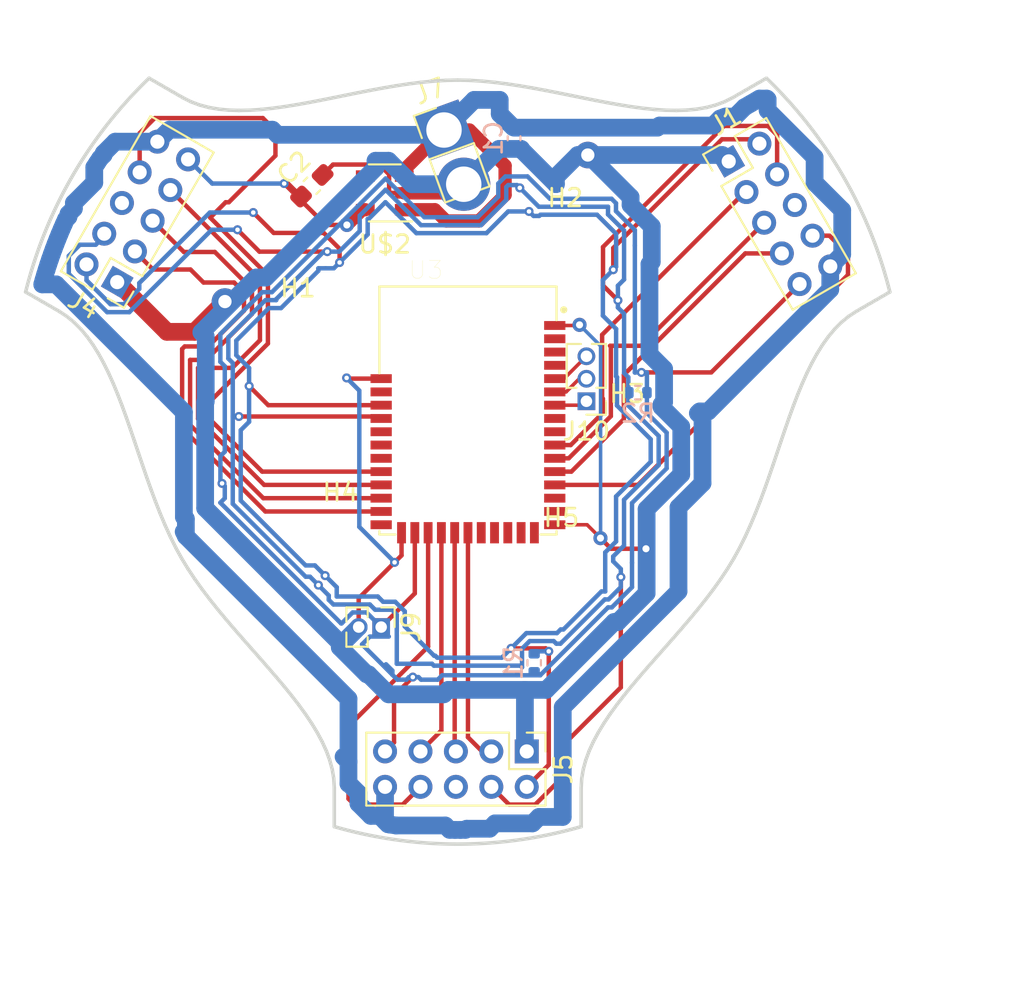
<source format=kicad_pcb>
(kicad_pcb (version 20171130) (host pcbnew 5.1.10-88a1d61d58~88~ubuntu18.04.1)

  (general
    (thickness 1.6)
    (drawings 153)
    (tracks 565)
    (zones 0)
    (modules 17)
    (nets 42)
  )

  (page A4)
  (layers
    (0 F.Cu signal)
    (31 B.Cu signal)
    (32 B.Adhes user)
    (33 F.Adhes user)
    (34 B.Paste user)
    (35 F.Paste user)
    (36 B.SilkS user)
    (37 F.SilkS user)
    (38 B.Mask user)
    (39 F.Mask user)
    (40 Dwgs.User user)
    (41 Cmts.User user)
    (42 Eco1.User user)
    (43 Eco2.User user)
    (44 Edge.Cuts user)
    (45 Margin user)
    (46 B.CrtYd user)
    (47 F.CrtYd user)
    (48 B.Fab user)
    (49 F.Fab user)
  )

  (setup
    (last_trace_width 0.25)
    (user_trace_width 0.2)
    (user_trace_width 0.25)
    (user_trace_width 0.5)
    (user_trace_width 0.75)
    (user_trace_width 1)
    (trace_clearance 0.2)
    (zone_clearance 0.508)
    (zone_45_only no)
    (trace_min 0.2)
    (via_size 0.8)
    (via_drill 0.4)
    (via_min_size 0.5)
    (via_min_drill 0.254)
    (user_via 0.508 0.254)
    (user_via 1 0.5)
    (user_via 1.5 0.75)
    (uvia_size 0.3)
    (uvia_drill 0.1)
    (uvias_allowed no)
    (uvia_min_size 0.2)
    (uvia_min_drill 0.1)
    (edge_width 0.05)
    (segment_width 0.2)
    (pcb_text_width 0.3)
    (pcb_text_size 1.5 1.5)
    (mod_edge_width 0.12)
    (mod_text_size 1 1)
    (mod_text_width 0.15)
    (pad_size 3 3)
    (pad_drill 2)
    (pad_to_mask_clearance 0.05)
    (aux_axis_origin 0 0)
    (visible_elements FFFFFE7F)
    (pcbplotparams
      (layerselection 0x010fc_ffffffff)
      (usegerberextensions false)
      (usegerberattributes true)
      (usegerberadvancedattributes true)
      (creategerberjobfile true)
      (excludeedgelayer true)
      (linewidth 0.100000)
      (plotframeref false)
      (viasonmask false)
      (mode 1)
      (useauxorigin false)
      (hpglpennumber 1)
      (hpglpenspeed 20)
      (hpglpendiameter 15.000000)
      (psnegative false)
      (psa4output false)
      (plotreference true)
      (plotvalue true)
      (plotinvisibletext false)
      (padsonsilk false)
      (subtractmaskfromsilk false)
      (outputformat 1)
      (mirror false)
      (drillshape 1)
      (scaleselection 1)
      (outputdirectory ""))
  )

  (net 0 "")
  (net 1 GND)
  (net 2 /+3V)
  (net 3 +8V)
  (net 4 /SWDIO)
  (net 5 /SWDCLK)
  (net 6 /SMA1_SIG)
  (net 7 /SMA2_SIG)
  (net 8 /SMA3_SIG)
  (net 9 /SMA4_SIG)
  (net 10 /SMA5_SIG)
  (net 11 /SMA6_SIG)
  (net 12 /SMA7_SIG)
  (net 13 /SMA8_SIG)
  (net 14 /SMA9_SIG)
  (net 15 /SMA10_SIG)
  (net 16 /SMA11_SIG)
  (net 17 /SMA12_SIG)
  (net 18 "Net-(U3-Pad28)")
  (net 19 "Net-(U$2-Pad4)")
  (net 20 "Net-(U3-Pad17)")
  (net 21 "Net-(U3-Pad18)")
  (net 22 "Net-(U3-Pad20)")
  (net 23 "Net-(U3-Pad19)")
  (net 24 "Net-(U3-Pad21)")
  (net 25 "Net-(U3-Pad15)")
  (net 26 "Net-(U3-Pad14)")
  (net 27 "Net-(J10-Pad1)")
  (net 28 /SCL)
  (net 29 /SDA)
  (net 30 "Net-(U3-Pad35)")
  (net 31 "Net-(J1-Pad6)")
  (net 32 "Net-(J4-Pad6)")
  (net 33 "Net-(J5-Pad6)")
  (net 34 "Net-(U3-Pad2)")
  (net 35 "Net-(U3-Pad4)")
  (net 36 "Net-(U3-Pad3)")
  (net 37 "Net-(U3-Pad8)")
  (net 38 "Net-(U3-Pad9)")
  (net 39 "Net-(U3-Pad34)")
  (net 40 "Net-(U3-Pad33)")
  (net 41 "Net-(U3-Pad38)")

  (net_class Default "This is the default net class."
    (clearance 0.2)
    (trace_width 0.25)
    (via_dia 0.8)
    (via_drill 0.4)
    (uvia_dia 0.3)
    (uvia_drill 0.1)
    (add_net +8V)
    (add_net /+3V)
    (add_net /SCL)
    (add_net /SDA)
    (add_net /SMA10_SIG)
    (add_net /SMA11_SIG)
    (add_net /SMA12_SIG)
    (add_net /SMA1_SIG)
    (add_net /SMA2_SIG)
    (add_net /SMA3_SIG)
    (add_net /SMA4_SIG)
    (add_net /SMA5_SIG)
    (add_net /SMA6_SIG)
    (add_net /SMA7_SIG)
    (add_net /SMA8_SIG)
    (add_net /SMA9_SIG)
    (add_net /SWDCLK)
    (add_net /SWDIO)
    (add_net GND)
    (add_net "Net-(J1-Pad6)")
    (add_net "Net-(J10-Pad1)")
    (add_net "Net-(J4-Pad6)")
    (add_net "Net-(J5-Pad6)")
    (add_net "Net-(U$2-Pad4)")
    (add_net "Net-(U3-Pad14)")
    (add_net "Net-(U3-Pad15)")
    (add_net "Net-(U3-Pad17)")
    (add_net "Net-(U3-Pad18)")
    (add_net "Net-(U3-Pad19)")
    (add_net "Net-(U3-Pad2)")
    (add_net "Net-(U3-Pad20)")
    (add_net "Net-(U3-Pad21)")
    (add_net "Net-(U3-Pad28)")
    (add_net "Net-(U3-Pad3)")
    (add_net "Net-(U3-Pad33)")
    (add_net "Net-(U3-Pad34)")
    (add_net "Net-(U3-Pad35)")
    (add_net "Net-(U3-Pad38)")
    (add_net "Net-(U3-Pad4)")
    (add_net "Net-(U3-Pad8)")
    (add_net "Net-(U3-Pad9)")
  )

  (module Capacitor_SMD:C_0603_1608Metric_Pad1.08x0.95mm_HandSolder (layer F.Cu) (tedit 5F68FEEF) (tstamp 60E01C18)
    (at 100.02294 95.86186 45)
    (descr "Capacitor SMD 0603 (1608 Metric), square (rectangular) end terminal, IPC_7351 nominal with elongated pad for handsoldering. (Body size source: IPC-SM-782 page 76, https://www.pcb-3d.com/wordpress/wp-content/uploads/ipc-sm-782a_amendment_1_and_2.pdf), generated with kicad-footprint-generator")
    (tags "capacitor handsolder")
    (path /733CA19D)
    (attr smd)
    (fp_text reference C2 (at 0 -1.43 45) (layer F.SilkS)
      (effects (font (size 1 1) (thickness 0.15)))
    )
    (fp_text value C-USC0402 (at 0 1.43 45) (layer F.Fab)
      (effects (font (size 1 1) (thickness 0.15)))
    )
    (fp_text user %R (at 0 0 45) (layer F.Fab)
      (effects (font (size 0.4 0.4) (thickness 0.06)))
    )
    (fp_line (start -0.8 0.4) (end -0.8 -0.4) (layer F.Fab) (width 0.1))
    (fp_line (start -0.8 -0.4) (end 0.8 -0.4) (layer F.Fab) (width 0.1))
    (fp_line (start 0.8 -0.4) (end 0.8 0.4) (layer F.Fab) (width 0.1))
    (fp_line (start 0.8 0.4) (end -0.8 0.4) (layer F.Fab) (width 0.1))
    (fp_line (start -0.146267 -0.51) (end 0.146267 -0.51) (layer F.SilkS) (width 0.12))
    (fp_line (start -0.146267 0.51) (end 0.146267 0.51) (layer F.SilkS) (width 0.12))
    (fp_line (start -1.65 0.73) (end -1.65 -0.73) (layer F.CrtYd) (width 0.05))
    (fp_line (start -1.65 -0.73) (end 1.65 -0.73) (layer F.CrtYd) (width 0.05))
    (fp_line (start 1.65 -0.73) (end 1.65 0.73) (layer F.CrtYd) (width 0.05))
    (fp_line (start 1.65 0.73) (end -1.65 0.73) (layer F.CrtYd) (width 0.05))
    (pad 2 smd roundrect (at 0.8625 0 45) (size 1.075 0.95) (layers F.Cu F.Paste F.Mask) (roundrect_rratio 0.25)
      (net 1 GND))
    (pad 1 smd roundrect (at -0.8625 0 45) (size 1.075 0.95) (layers F.Cu F.Paste F.Mask) (roundrect_rratio 0.25)
      (net 2 /+3V))
    (model ${KISYS3DMOD}/Capacitor_SMD.3dshapes/C_0603_1608Metric.wrl
      (at (xyz 0 0 0))
      (scale (xyz 1 1 1))
      (rotate (xyz 0 0 0))
    )
  )

  (module Connector_PinHeader_2.00mm:PinHeader_2x05_P2.00mm_Vertical (layer F.Cu) (tedit 59FED667) (tstamp 60DFC490)
    (at 89.034131 101.301372 150)
    (descr "Through hole straight pin header, 2x05, 2.00mm pitch, double rows")
    (tags "Through hole pin header THT 2x05 2.00mm double row")
    (path /60488DE7)
    (fp_text reference J4 (at 1 -2.06 150) (layer F.SilkS)
      (effects (font (size 1 1) (thickness 0.15)))
    )
    (fp_text value Conn_02x05_Counter_Clockwise (at 1 10.06 150) (layer F.Fab)
      (effects (font (size 1 1) (thickness 0.15)))
    )
    (fp_text user %R (at 1 4 60) (layer F.Fab)
      (effects (font (size 1 1) (thickness 0.15)))
    )
    (fp_line (start 0 -1) (end 3 -1) (layer F.Fab) (width 0.1))
    (fp_line (start 3 -1) (end 3 9) (layer F.Fab) (width 0.1))
    (fp_line (start 3 9) (end -1 9) (layer F.Fab) (width 0.1))
    (fp_line (start -1 9) (end -1 0) (layer F.Fab) (width 0.1))
    (fp_line (start -1 0) (end 0 -1) (layer F.Fab) (width 0.1))
    (fp_line (start -1.06 9.06) (end 3.06 9.06) (layer F.SilkS) (width 0.12))
    (fp_line (start -1.06 1) (end -1.06 9.06) (layer F.SilkS) (width 0.12))
    (fp_line (start 3.06 -1.06) (end 3.06 9.06) (layer F.SilkS) (width 0.12))
    (fp_line (start -1.06 1) (end 1 1) (layer F.SilkS) (width 0.12))
    (fp_line (start 1 1) (end 1 -1.06) (layer F.SilkS) (width 0.12))
    (fp_line (start 1 -1.06) (end 3.06 -1.06) (layer F.SilkS) (width 0.12))
    (fp_line (start -1.06 0) (end -1.06 -1.06) (layer F.SilkS) (width 0.12))
    (fp_line (start -1.06 -1.06) (end 0 -1.06) (layer F.SilkS) (width 0.12))
    (fp_line (start -1.5 -1.5) (end -1.5 9.5) (layer F.CrtYd) (width 0.05))
    (fp_line (start -1.5 9.5) (end 3.5 9.5) (layer F.CrtYd) (width 0.05))
    (fp_line (start 3.5 9.5) (end 3.5 -1.5) (layer F.CrtYd) (width 0.05))
    (fp_line (start 3.5 -1.5) (end -1.5 -1.5) (layer F.CrtYd) (width 0.05))
    (pad 10 thru_hole oval (at 2 8 150) (size 1.35 1.35) (drill 0.8) (layers *.Cu *.Mask)
      (net 3 +8V))
    (pad 9 thru_hole oval (at 0 8 150) (size 1.35 1.35) (drill 0.8) (layers *.Cu *.Mask)
      (net 2 /+3V))
    (pad 8 thru_hole oval (at 2 6 150) (size 1.35 1.35) (drill 0.8) (layers *.Cu *.Mask)
      (net 6 /SMA1_SIG))
    (pad 7 thru_hole oval (at 0 6 150) (size 1.35 1.35) (drill 0.8) (layers *.Cu *.Mask)
      (net 7 /SMA2_SIG))
    (pad 6 thru_hole oval (at 2 4 150) (size 1.35 1.35) (drill 0.8) (layers *.Cu *.Mask)
      (net 32 "Net-(J4-Pad6)"))
    (pad 5 thru_hole oval (at 0 4 150) (size 1.35 1.35) (drill 0.8) (layers *.Cu *.Mask)
      (net 8 /SMA3_SIG))
    (pad 4 thru_hole oval (at 2 2 150) (size 1.35 1.35) (drill 0.8) (layers *.Cu *.Mask)
      (net 28 /SCL))
    (pad 3 thru_hole oval (at 0 2 150) (size 1.35 1.35) (drill 0.8) (layers *.Cu *.Mask)
      (net 9 /SMA4_SIG))
    (pad 2 thru_hole oval (at 2 0 150) (size 1.35 1.35) (drill 0.8) (layers *.Cu *.Mask)
      (net 29 /SDA))
    (pad 1 thru_hole rect (at 0 0 150) (size 1.35 1.35) (drill 0.8) (layers *.Cu *.Mask)
      (net 1 GND))
    (model ${KISYS3DMOD}/Connector_PinHeader_2.00mm.3dshapes/PinHeader_2x05_P2.00mm_Vertical.wrl
      (at (xyz 0 0 0))
      (scale (xyz 1 1 1))
      (rotate (xyz 0 0 0))
    )
  )

  (module Connector_PinHeader_2.00mm:PinHeader_2x05_P2.00mm_Vertical (layer F.Cu) (tedit 59FED667) (tstamp 60DFC470)
    (at 123.5583 94.48546 30)
    (descr "Through hole straight pin header, 2x05, 2.00mm pitch, double rows")
    (tags "Through hole pin header THT 2x05 2.00mm double row")
    (path /60471947)
    (fp_text reference J1 (at 1 -2.06 30) (layer F.SilkS)
      (effects (font (size 1 1) (thickness 0.15)))
    )
    (fp_text value Conn_02x05_Counter_Clockwise (at 1 10.06 30) (layer F.Fab)
      (effects (font (size 1 1) (thickness 0.15)))
    )
    (fp_text user %R (at 1 4 120) (layer F.Fab)
      (effects (font (size 1 1) (thickness 0.15)))
    )
    (fp_line (start 0 -1) (end 3 -1) (layer F.Fab) (width 0.1))
    (fp_line (start 3 -1) (end 3 9) (layer F.Fab) (width 0.1))
    (fp_line (start 3 9) (end -1 9) (layer F.Fab) (width 0.1))
    (fp_line (start -1 9) (end -1 0) (layer F.Fab) (width 0.1))
    (fp_line (start -1 0) (end 0 -1) (layer F.Fab) (width 0.1))
    (fp_line (start -1.06 9.06) (end 3.06 9.06) (layer F.SilkS) (width 0.12))
    (fp_line (start -1.06 1) (end -1.06 9.06) (layer F.SilkS) (width 0.12))
    (fp_line (start 3.06 -1.06) (end 3.06 9.06) (layer F.SilkS) (width 0.12))
    (fp_line (start -1.06 1) (end 1 1) (layer F.SilkS) (width 0.12))
    (fp_line (start 1 1) (end 1 -1.06) (layer F.SilkS) (width 0.12))
    (fp_line (start 1 -1.06) (end 3.06 -1.06) (layer F.SilkS) (width 0.12))
    (fp_line (start -1.06 0) (end -1.06 -1.06) (layer F.SilkS) (width 0.12))
    (fp_line (start -1.06 -1.06) (end 0 -1.06) (layer F.SilkS) (width 0.12))
    (fp_line (start -1.5 -1.5) (end -1.5 9.5) (layer F.CrtYd) (width 0.05))
    (fp_line (start -1.5 9.5) (end 3.5 9.5) (layer F.CrtYd) (width 0.05))
    (fp_line (start 3.5 9.5) (end 3.5 -1.5) (layer F.CrtYd) (width 0.05))
    (fp_line (start 3.5 -1.5) (end -1.5 -1.5) (layer F.CrtYd) (width 0.05))
    (pad 10 thru_hole oval (at 2 8 30) (size 1.35 1.35) (drill 0.8) (layers *.Cu *.Mask)
      (net 3 +8V))
    (pad 9 thru_hole oval (at 0 8 30) (size 1.35 1.35) (drill 0.8) (layers *.Cu *.Mask)
      (net 2 /+3V))
    (pad 8 thru_hole oval (at 2 6 30) (size 1.35 1.35) (drill 0.8) (layers *.Cu *.Mask)
      (net 14 /SMA9_SIG))
    (pad 7 thru_hole oval (at 0 6 30) (size 1.35 1.35) (drill 0.8) (layers *.Cu *.Mask)
      (net 15 /SMA10_SIG))
    (pad 6 thru_hole oval (at 2 4 30) (size 1.35 1.35) (drill 0.8) (layers *.Cu *.Mask)
      (net 31 "Net-(J1-Pad6)"))
    (pad 5 thru_hole oval (at 0 4 30) (size 1.35 1.35) (drill 0.8) (layers *.Cu *.Mask)
      (net 16 /SMA11_SIG))
    (pad 4 thru_hole oval (at 2 2 30) (size 1.35 1.35) (drill 0.8) (layers *.Cu *.Mask)
      (net 28 /SCL))
    (pad 3 thru_hole oval (at 0 2 30) (size 1.35 1.35) (drill 0.8) (layers *.Cu *.Mask)
      (net 17 /SMA12_SIG))
    (pad 2 thru_hole oval (at 2 0 30) (size 1.35 1.35) (drill 0.8) (layers *.Cu *.Mask)
      (net 29 /SDA))
    (pad 1 thru_hole rect (at 0 0 30) (size 1.35 1.35) (drill 0.8) (layers *.Cu *.Mask)
      (net 1 GND))
    (model ${KISYS3DMOD}/Connector_PinHeader_2.00mm.3dshapes/PinHeader_2x05_P2.00mm_Vertical.wrl
      (at (xyz 0 0 0))
      (scale (xyz 1 1 1))
      (rotate (xyz 0 0 0))
    )
  )

  (module Connector_PinHeader_2.00mm:PinHeader_2x05_P2.00mm_Vertical (layer F.Cu) (tedit 59FED667) (tstamp 60DFBE5C)
    (at 112.15574 127.79654 270)
    (descr "Through hole straight pin header, 2x05, 2.00mm pitch, double rows")
    (tags "Through hole pin header THT 2x05 2.00mm double row")
    (path /60489940)
    (fp_text reference J5 (at 1 -2.06 90) (layer F.SilkS)
      (effects (font (size 1 1) (thickness 0.15)))
    )
    (fp_text value Conn_02x05_Counter_Clockwise (at 1 10.06 90) (layer F.Fab)
      (effects (font (size 1 1) (thickness 0.15)))
    )
    (fp_text user %R (at 1 4) (layer F.Fab)
      (effects (font (size 1 1) (thickness 0.15)))
    )
    (fp_line (start 0 -1) (end 3 -1) (layer F.Fab) (width 0.1))
    (fp_line (start 3 -1) (end 3 9) (layer F.Fab) (width 0.1))
    (fp_line (start 3 9) (end -1 9) (layer F.Fab) (width 0.1))
    (fp_line (start -1 9) (end -1 0) (layer F.Fab) (width 0.1))
    (fp_line (start -1 0) (end 0 -1) (layer F.Fab) (width 0.1))
    (fp_line (start -1.06 9.06) (end 3.06 9.06) (layer F.SilkS) (width 0.12))
    (fp_line (start -1.06 1) (end -1.06 9.06) (layer F.SilkS) (width 0.12))
    (fp_line (start 3.06 -1.06) (end 3.06 9.06) (layer F.SilkS) (width 0.12))
    (fp_line (start -1.06 1) (end 1 1) (layer F.SilkS) (width 0.12))
    (fp_line (start 1 1) (end 1 -1.06) (layer F.SilkS) (width 0.12))
    (fp_line (start 1 -1.06) (end 3.06 -1.06) (layer F.SilkS) (width 0.12))
    (fp_line (start -1.06 0) (end -1.06 -1.06) (layer F.SilkS) (width 0.12))
    (fp_line (start -1.06 -1.06) (end 0 -1.06) (layer F.SilkS) (width 0.12))
    (fp_line (start -1.5 -1.5) (end -1.5 9.5) (layer F.CrtYd) (width 0.05))
    (fp_line (start -1.5 9.5) (end 3.5 9.5) (layer F.CrtYd) (width 0.05))
    (fp_line (start 3.5 9.5) (end 3.5 -1.5) (layer F.CrtYd) (width 0.05))
    (fp_line (start 3.5 -1.5) (end -1.5 -1.5) (layer F.CrtYd) (width 0.05))
    (pad 10 thru_hole oval (at 2 8 270) (size 1.35 1.35) (drill 0.8) (layers *.Cu *.Mask)
      (net 3 +8V))
    (pad 9 thru_hole oval (at 0 8 270) (size 1.35 1.35) (drill 0.8) (layers *.Cu *.Mask)
      (net 2 /+3V))
    (pad 8 thru_hole oval (at 2 6 270) (size 1.35 1.35) (drill 0.8) (layers *.Cu *.Mask)
      (net 10 /SMA5_SIG))
    (pad 7 thru_hole oval (at 0 6 270) (size 1.35 1.35) (drill 0.8) (layers *.Cu *.Mask)
      (net 11 /SMA6_SIG))
    (pad 6 thru_hole oval (at 2 4 270) (size 1.35 1.35) (drill 0.8) (layers *.Cu *.Mask)
      (net 33 "Net-(J5-Pad6)"))
    (pad 5 thru_hole oval (at 0 4 270) (size 1.35 1.35) (drill 0.8) (layers *.Cu *.Mask)
      (net 12 /SMA7_SIG))
    (pad 4 thru_hole oval (at 2 2 270) (size 1.35 1.35) (drill 0.8) (layers *.Cu *.Mask)
      (net 28 /SCL))
    (pad 3 thru_hole oval (at 0 2 270) (size 1.35 1.35) (drill 0.8) (layers *.Cu *.Mask)
      (net 13 /SMA8_SIG))
    (pad 2 thru_hole oval (at 2 0 270) (size 1.35 1.35) (drill 0.8) (layers *.Cu *.Mask)
      (net 29 /SDA))
    (pad 1 thru_hole rect (at 0 0 270) (size 1.35 1.35) (drill 0.8) (layers *.Cu *.Mask)
      (net 1 GND))
    (model ${KISYS3DMOD}/Connector_PinHeader_2.00mm.3dshapes/PinHeader_2x05_P2.00mm_Vertical.wrl
      (at (xyz 0 0 0))
      (scale (xyz 1 1 1))
      (rotate (xyz 0 0 0))
    )
  )

  (module MountingHole:MountingHole_2mm (layer F.Cu) (tedit 5B924920) (tstamp 6067D25D)
    (at 114.11458 117.8052)
    (descr "Mounting Hole 2mm, no annular")
    (tags "mounting hole 2mm no annular")
    (path /60699CC6)
    (attr virtual)
    (fp_text reference H5 (at 0 -3.2) (layer F.SilkS)
      (effects (font (size 1 1) (thickness 0.15)))
    )
    (fp_text value MountingHole (at 0 3.1) (layer F.Fab)
      (effects (font (size 1 1) (thickness 0.15)))
    )
    (fp_circle (center 0 0) (end 2 0) (layer Cmts.User) (width 0.15))
    (fp_circle (center 0 0) (end 2.25 0) (layer F.CrtYd) (width 0.05))
    (fp_text user %R (at 0.3 0) (layer F.Fab)
      (effects (font (size 1 1) (thickness 0.15)))
    )
    (pad "" np_thru_hole circle (at 0 0) (size 2 2) (drill 2) (layers *.Cu *.Mask))
  )

  (module MountingHole:MountingHole_2mm (layer F.Cu) (tedit 5B924920) (tstamp 6067D255)
    (at 101.63302 116.3701)
    (descr "Mounting Hole 2mm, no annular")
    (tags "mounting hole 2mm no annular")
    (path /606989C6)
    (attr virtual)
    (fp_text reference H4 (at 0 -3.2) (layer F.SilkS)
      (effects (font (size 1 1) (thickness 0.15)))
    )
    (fp_text value MountingHole (at 0 3.1) (layer F.Fab)
      (effects (font (size 1 1) (thickness 0.15)))
    )
    (fp_circle (center 0 0) (end 2 0) (layer Cmts.User) (width 0.15))
    (fp_circle (center 0 0) (end 2.25 0) (layer F.CrtYd) (width 0.05))
    (fp_text user %R (at 0.3 0) (layer F.Fab)
      (effects (font (size 1 1) (thickness 0.15)))
    )
    (pad "" np_thru_hole circle (at 0 0) (size 2 2) (drill 2) (layers *.Cu *.Mask))
  )

  (module MountingHole:MountingHole_2mm (layer F.Cu) (tedit 5B924920) (tstamp 6067D24D)
    (at 117.82806 110.81004)
    (descr "Mounting Hole 2mm, no annular")
    (tags "mounting hole 2mm no annular")
    (path /60698595)
    (attr virtual)
    (fp_text reference H3 (at 0 -3.2) (layer F.SilkS)
      (effects (font (size 1 1) (thickness 0.15)))
    )
    (fp_text value MountingHole (at 0 3.1) (layer F.Fab)
      (effects (font (size 1 1) (thickness 0.15)))
    )
    (fp_circle (center 0 0) (end 2 0) (layer Cmts.User) (width 0.15))
    (fp_circle (center 0 0) (end 2.25 0) (layer F.CrtYd) (width 0.05))
    (fp_text user %R (at 0.3 0) (layer F.Fab)
      (effects (font (size 1 1) (thickness 0.15)))
    )
    (pad "" np_thru_hole circle (at 0 0) (size 2 2) (drill 2) (layers *.Cu *.Mask))
  )

  (module MountingHole:MountingHole_2mm (layer F.Cu) (tedit 5B924920) (tstamp 6067D245)
    (at 114.33048 99.7458)
    (descr "Mounting Hole 2mm, no annular")
    (tags "mounting hole 2mm no annular")
    (path /6069901A)
    (attr virtual)
    (fp_text reference H2 (at 0 -3.2) (layer F.SilkS)
      (effects (font (size 1 1) (thickness 0.15)))
    )
    (fp_text value MountingHole (at 0 3.1) (layer F.Fab)
      (effects (font (size 1 1) (thickness 0.15)))
    )
    (fp_circle (center 0 0) (end 2 0) (layer Cmts.User) (width 0.15))
    (fp_circle (center 0 0) (end 2.25 0) (layer F.CrtYd) (width 0.05))
    (fp_text user %R (at 0.3 0) (layer F.Fab)
      (effects (font (size 1 1) (thickness 0.15)))
    )
    (pad "" np_thru_hole circle (at 0 0) (size 2 2) (drill 2) (layers *.Cu *.Mask))
  )

  (module MountingHole:MountingHole_2mm (layer F.Cu) (tedit 5B924920) (tstamp 6067CC3E)
    (at 99.2378 104.84104)
    (descr "Mounting Hole 2mm, no annular")
    (tags "mounting hole 2mm no annular")
    (path /60699641)
    (attr virtual)
    (fp_text reference H1 (at 0 -3.2) (layer F.SilkS)
      (effects (font (size 1 1) (thickness 0.15)))
    )
    (fp_text value MountingHole (at 0 3.1) (layer F.Fab)
      (effects (font (size 1 1) (thickness 0.15)))
    )
    (fp_circle (center 0 0) (end 2 0) (layer Cmts.User) (width 0.15))
    (fp_circle (center 0 0) (end 2.25 0) (layer F.CrtYd) (width 0.05))
    (fp_text user %R (at 0.3 0) (layer F.Fab)
      (effects (font (size 1 1) (thickness 0.15)))
    )
    (pad "" np_thru_hole circle (at 0 0) (size 2 2) (drill 2) (layers *.Cu *.Mask))
  )

  (module Connector_PinHeader_2.54mm:PinHeader_1x02_P2.54mm_Vertical (layer F.Cu) (tedit 60674C12) (tstamp 5F5BB0FF)
    (at 107.483911 92.715671 20)
    (descr "Through hole straight pin header, 1x02, 2.54mm pitch, single row")
    (tags "Through hole pin header THT 1x02 2.54mm single row")
    (path /1B1E17EB)
    (fp_text reference J7 (at 0 -2.33 20) (layer F.SilkS)
      (effects (font (size 1 1) (thickness 0.15)))
    )
    (fp_text value 61300211121 (at 0 4.87 20) (layer F.Fab)
      (effects (font (size 1 1) (thickness 0.15)))
    )
    (fp_line (start 1.8 -1.8) (end -1.8 -1.8) (layer F.CrtYd) (width 0.05))
    (fp_line (start 1.8 4.35) (end 1.8 -1.8) (layer F.CrtYd) (width 0.05))
    (fp_line (start -1.8 4.35) (end 1.8 4.35) (layer F.CrtYd) (width 0.05))
    (fp_line (start -1.8 -1.8) (end -1.8 4.35) (layer F.CrtYd) (width 0.05))
    (fp_line (start -1.33 -1.33) (end 0 -1.33) (layer F.SilkS) (width 0.12))
    (fp_line (start -1.33 0) (end -1.33 -1.33) (layer F.SilkS) (width 0.12))
    (fp_line (start -1.33 1.27) (end 1.33 1.27) (layer F.SilkS) (width 0.12))
    (fp_line (start 1.33 1.27) (end 1.33 3.87) (layer F.SilkS) (width 0.12))
    (fp_line (start -1.33 1.27) (end -1.33 3.87) (layer F.SilkS) (width 0.12))
    (fp_line (start -1.33 3.87) (end 1.33 3.87) (layer F.SilkS) (width 0.12))
    (fp_line (start -1.27 -0.635) (end -0.635 -1.27) (layer F.Fab) (width 0.1))
    (fp_line (start -1.27 3.81) (end -1.27 -0.635) (layer F.Fab) (width 0.1))
    (fp_line (start 1.27 3.81) (end -1.27 3.81) (layer F.Fab) (width 0.1))
    (fp_line (start 1.27 -1.27) (end 1.27 3.81) (layer F.Fab) (width 0.1))
    (fp_line (start -0.635 -1.27) (end 1.27 -1.27) (layer F.Fab) (width 0.1))
    (fp_text user %R (at 0 1.27 110) (layer F.Fab)
      (effects (font (size 1 1) (thickness 0.15)))
    )
    (pad 1 thru_hole rect (at 0 0 20) (size 2.7 2.7) (drill 2) (layers *.Cu *.Mask)
      (net 3 +8V))
    (pad 2 thru_hole oval (at 0 3.2565 20) (size 3 3) (drill 2) (layers *.Cu *.Mask)
      (net 1 GND))
    (model ${KISYS3DMOD}/Connector_PinHeader_2.54mm.3dshapes/PinHeader_1x02_P2.54mm_Vertical.wrl
      (at (xyz 0 0 0))
      (scale (xyz 1 1 1))
      (rotate (xyz 0 0 0))
    )
  )

  (module Resistor_SMD:R_0402_1005Metric (layer B.Cu) (tedit 5F68FEEE) (tstamp 6042194A)
    (at 118.4295 107.54106)
    (descr "Resistor SMD 0402 (1005 Metric), square (rectangular) end terminal, IPC_7351 nominal, (Body size source: IPC-SM-782 page 72, https://www.pcb-3d.com/wordpress/wp-content/uploads/ipc-sm-782a_amendment_1_and_2.pdf), generated with kicad-footprint-generator")
    (tags resistor)
    (path /604D5854)
    (attr smd)
    (fp_text reference R2 (at 0 1.17) (layer B.SilkS)
      (effects (font (size 1 1) (thickness 0.15)) (justify mirror))
    )
    (fp_text value " " (at 0 -1.17) (layer B.Fab)
      (effects (font (size 1 1) (thickness 0.15)) (justify mirror))
    )
    (fp_line (start 0.93 -0.47) (end -0.93 -0.47) (layer B.CrtYd) (width 0.05))
    (fp_line (start 0.93 0.47) (end 0.93 -0.47) (layer B.CrtYd) (width 0.05))
    (fp_line (start -0.93 0.47) (end 0.93 0.47) (layer B.CrtYd) (width 0.05))
    (fp_line (start -0.93 -0.47) (end -0.93 0.47) (layer B.CrtYd) (width 0.05))
    (fp_line (start -0.153641 -0.38) (end 0.153641 -0.38) (layer B.SilkS) (width 0.12))
    (fp_line (start -0.153641 0.38) (end 0.153641 0.38) (layer B.SilkS) (width 0.12))
    (fp_line (start 0.525 -0.27) (end -0.525 -0.27) (layer B.Fab) (width 0.1))
    (fp_line (start 0.525 0.27) (end 0.525 -0.27) (layer B.Fab) (width 0.1))
    (fp_line (start -0.525 0.27) (end 0.525 0.27) (layer B.Fab) (width 0.1))
    (fp_line (start -0.525 -0.27) (end -0.525 0.27) (layer B.Fab) (width 0.1))
    (fp_text user %R (at 0 0) (layer B.Fab)
      (effects (font (size 0.26 0.26) (thickness 0.04)) (justify mirror))
    )
    (pad 2 smd roundrect (at 0.51 0) (size 0.54 0.64) (layers B.Cu B.Paste B.Mask) (roundrect_rratio 0.25)
      (net 2 /+3V))
    (pad 1 smd roundrect (at -0.51 0) (size 0.54 0.64) (layers B.Cu B.Paste B.Mask) (roundrect_rratio 0.25)
      (net 28 /SCL))
    (model ${KISYS3DMOD}/Resistor_SMD.3dshapes/R_0402_1005Metric.wrl
      (at (xyz 0 0 0))
      (scale (xyz 1 1 1))
      (rotate (xyz 0 0 0))
    )
  )

  (module Resistor_SMD:R_0402_1005Metric (layer B.Cu) (tedit 5F68FEEE) (tstamp 60421939)
    (at 112.57534 122.79322 270)
    (descr "Resistor SMD 0402 (1005 Metric), square (rectangular) end terminal, IPC_7351 nominal, (Body size source: IPC-SM-782 page 72, https://www.pcb-3d.com/wordpress/wp-content/uploads/ipc-sm-782a_amendment_1_and_2.pdf), generated with kicad-footprint-generator")
    (tags resistor)
    (path /604D3AEF)
    (attr smd)
    (fp_text reference R1 (at 0 1.17 270) (layer B.SilkS)
      (effects (font (size 1 1) (thickness 0.15)) (justify mirror))
    )
    (fp_text value " " (at 0 -1.17 270) (layer B.Fab)
      (effects (font (size 1 1) (thickness 0.15)) (justify mirror))
    )
    (fp_line (start 0.93 -0.47) (end -0.93 -0.47) (layer B.CrtYd) (width 0.05))
    (fp_line (start 0.93 0.47) (end 0.93 -0.47) (layer B.CrtYd) (width 0.05))
    (fp_line (start -0.93 0.47) (end 0.93 0.47) (layer B.CrtYd) (width 0.05))
    (fp_line (start -0.93 -0.47) (end -0.93 0.47) (layer B.CrtYd) (width 0.05))
    (fp_line (start -0.153641 -0.38) (end 0.153641 -0.38) (layer B.SilkS) (width 0.12))
    (fp_line (start -0.153641 0.38) (end 0.153641 0.38) (layer B.SilkS) (width 0.12))
    (fp_line (start 0.525 -0.27) (end -0.525 -0.27) (layer B.Fab) (width 0.1))
    (fp_line (start 0.525 0.27) (end 0.525 -0.27) (layer B.Fab) (width 0.1))
    (fp_line (start -0.525 0.27) (end 0.525 0.27) (layer B.Fab) (width 0.1))
    (fp_line (start -0.525 -0.27) (end -0.525 0.27) (layer B.Fab) (width 0.1))
    (fp_text user %R (at 0 0 270) (layer B.Fab)
      (effects (font (size 0.26 0.26) (thickness 0.04)) (justify mirror))
    )
    (pad 2 smd roundrect (at 0.51 0 270) (size 0.54 0.64) (layers B.Cu B.Paste B.Mask) (roundrect_rratio 0.25)
      (net 2 /+3V))
    (pad 1 smd roundrect (at -0.51 0 270) (size 0.54 0.64) (layers B.Cu B.Paste B.Mask) (roundrect_rratio 0.25)
      (net 29 /SDA))
    (model ${KISYS3DMOD}/Resistor_SMD.3dshapes/R_0402_1005Metric.wrl
      (at (xyz 0 0 0))
      (scale (xyz 1 1 1))
      (rotate (xyz 0 0 0))
    )
  )

  (module Capacitor_SMD:C_0402_1005Metric_Pad0.74x0.62mm_HandSolder (layer B.Cu) (tedit 5F6BB22C) (tstamp 6042156F)
    (at 111.43996 93.18244 270)
    (descr "Capacitor SMD 0402 (1005 Metric), square (rectangular) end terminal, IPC_7351 nominal with elongated pad for handsoldering. (Body size source: IPC-SM-782 page 76, https://www.pcb-3d.com/wordpress/wp-content/uploads/ipc-sm-782a_amendment_1_and_2.pdf), generated with kicad-footprint-generator")
    (tags "capacitor handsolder")
    (path /604CBC27)
    (attr smd)
    (fp_text reference C1 (at 0 1.16 270) (layer B.SilkS)
      (effects (font (size 1 1) (thickness 0.15)) (justify mirror))
    )
    (fp_text value C-USC0402 (at 0 -1.16 270) (layer B.Fab)
      (effects (font (size 1 1) (thickness 0.15)) (justify mirror))
    )
    (fp_line (start 1.08 -0.46) (end -1.08 -0.46) (layer B.CrtYd) (width 0.05))
    (fp_line (start 1.08 0.46) (end 1.08 -0.46) (layer B.CrtYd) (width 0.05))
    (fp_line (start -1.08 0.46) (end 1.08 0.46) (layer B.CrtYd) (width 0.05))
    (fp_line (start -1.08 -0.46) (end -1.08 0.46) (layer B.CrtYd) (width 0.05))
    (fp_line (start -0.115835 -0.36) (end 0.115835 -0.36) (layer B.SilkS) (width 0.12))
    (fp_line (start -0.115835 0.36) (end 0.115835 0.36) (layer B.SilkS) (width 0.12))
    (fp_line (start 0.5 -0.25) (end -0.5 -0.25) (layer B.Fab) (width 0.1))
    (fp_line (start 0.5 0.25) (end 0.5 -0.25) (layer B.Fab) (width 0.1))
    (fp_line (start -0.5 0.25) (end 0.5 0.25) (layer B.Fab) (width 0.1))
    (fp_line (start -0.5 -0.25) (end -0.5 0.25) (layer B.Fab) (width 0.1))
    (fp_text user %R (at 0 0 270) (layer B.Fab)
      (effects (font (size 0.25 0.25) (thickness 0.04)) (justify mirror))
    )
    (pad 2 smd roundrect (at 0.5675 0 270) (size 0.735 0.62) (layers B.Cu B.Paste B.Mask) (roundrect_rratio 0.25)
      (net 1 GND))
    (pad 1 smd roundrect (at -0.5675 0 270) (size 0.735 0.62) (layers B.Cu B.Paste B.Mask) (roundrect_rratio 0.25)
      (net 3 +8V))
    (model ${KISYS3DMOD}/Capacitor_SMD.3dshapes/C_0402_1005Metric.wrl
      (at (xyz 0 0 0))
      (scale (xyz 1 1 1))
      (rotate (xyz 0 0 0))
    )
  )

  (module Connector_PinHeader_1.27mm:PinHeader_1x03_P1.27mm_Vertical (layer F.Cu) (tedit 59FED6E3) (tstamp 5F5BB159)
    (at 115.52428 108.02874 180)
    (descr "Through hole straight pin header, 1x03, 1.27mm pitch, single row")
    (tags "Through hole pin header THT 1x03 1.27mm single row")
    (path /A8F50699)
    (fp_text reference J10 (at 0 -1.695) (layer F.SilkS)
      (effects (font (size 1 1) (thickness 0.15)))
    )
    (fp_text value 61300311121 (at 0 4.235) (layer F.Fab)
      (effects (font (size 1 1) (thickness 0.15)))
    )
    (fp_line (start 1.55 -1.15) (end -1.55 -1.15) (layer F.CrtYd) (width 0.05))
    (fp_line (start 1.55 3.7) (end 1.55 -1.15) (layer F.CrtYd) (width 0.05))
    (fp_line (start -1.55 3.7) (end 1.55 3.7) (layer F.CrtYd) (width 0.05))
    (fp_line (start -1.55 -1.15) (end -1.55 3.7) (layer F.CrtYd) (width 0.05))
    (fp_line (start -1.11 -0.76) (end 0 -0.76) (layer F.SilkS) (width 0.12))
    (fp_line (start -1.11 0) (end -1.11 -0.76) (layer F.SilkS) (width 0.12))
    (fp_line (start 0.563471 0.76) (end 1.11 0.76) (layer F.SilkS) (width 0.12))
    (fp_line (start -1.11 0.76) (end -0.563471 0.76) (layer F.SilkS) (width 0.12))
    (fp_line (start 1.11 0.76) (end 1.11 3.235) (layer F.SilkS) (width 0.12))
    (fp_line (start -1.11 0.76) (end -1.11 3.235) (layer F.SilkS) (width 0.12))
    (fp_line (start 0.30753 3.235) (end 1.11 3.235) (layer F.SilkS) (width 0.12))
    (fp_line (start -1.11 3.235) (end -0.30753 3.235) (layer F.SilkS) (width 0.12))
    (fp_line (start -1.05 -0.11) (end -0.525 -0.635) (layer F.Fab) (width 0.1))
    (fp_line (start -1.05 3.175) (end -1.05 -0.11) (layer F.Fab) (width 0.1))
    (fp_line (start 1.05 3.175) (end -1.05 3.175) (layer F.Fab) (width 0.1))
    (fp_line (start 1.05 -0.635) (end 1.05 3.175) (layer F.Fab) (width 0.1))
    (fp_line (start -0.525 -0.635) (end 1.05 -0.635) (layer F.Fab) (width 0.1))
    (fp_text user %R (at 0 1.27 90) (layer F.Fab)
      (effects (font (size 1 1) (thickness 0.15)))
    )
    (pad 3 thru_hole oval (at 0 2.54 180) (size 1 1) (drill 0.65) (layers *.Cu *.Mask)
      (net 4 /SWDIO))
    (pad 2 thru_hole oval (at 0 1.27 180) (size 1 1) (drill 0.65) (layers *.Cu *.Mask)
      (net 5 /SWDCLK))
    (pad 1 thru_hole rect (at 0 0 180) (size 1 1) (drill 0.65) (layers *.Cu *.Mask)
      (net 27 "Net-(J10-Pad1)"))
    (model ${KISYS3DMOD}/Connector_PinHeader_1.27mm.3dshapes/PinHeader_1x03_P1.27mm_Vertical.wrl
      (at (xyz 0 0 0))
      (scale (xyz 1 1 1))
      (rotate (xyz 0 0 0))
    )
  )

  (module Connector_PinHeader_1.27mm:PinHeader_1x02_P1.27mm_Vertical (layer F.Cu) (tedit 59FED6E3) (tstamp 5F5BB12C)
    (at 103.9368 120.777 270)
    (descr "Through hole straight pin header, 1x02, 1.27mm pitch, single row")
    (tags "Through hole pin header THT 1x02 1.27mm single row")
    (path /5EBF55DB)
    (fp_text reference J9 (at 0 -1.695 90) (layer F.SilkS)
      (effects (font (size 1 1) (thickness 0.15)))
    )
    (fp_text value 61300211121 (at 0 2.965 90) (layer F.Fab)
      (effects (font (size 1 1) (thickness 0.15)))
    )
    (fp_line (start -0.525 -0.635) (end 1.05 -0.635) (layer F.Fab) (width 0.1))
    (fp_line (start 1.05 -0.635) (end 1.05 1.905) (layer F.Fab) (width 0.1))
    (fp_line (start 1.05 1.905) (end -1.05 1.905) (layer F.Fab) (width 0.1))
    (fp_line (start -1.05 1.905) (end -1.05 -0.11) (layer F.Fab) (width 0.1))
    (fp_line (start -1.05 -0.11) (end -0.525 -0.635) (layer F.Fab) (width 0.1))
    (fp_line (start -1.11 1.965) (end -0.30753 1.965) (layer F.SilkS) (width 0.12))
    (fp_line (start 0.30753 1.965) (end 1.11 1.965) (layer F.SilkS) (width 0.12))
    (fp_line (start -1.11 0.76) (end -1.11 1.965) (layer F.SilkS) (width 0.12))
    (fp_line (start 1.11 0.76) (end 1.11 1.965) (layer F.SilkS) (width 0.12))
    (fp_line (start -1.11 0.76) (end -0.563471 0.76) (layer F.SilkS) (width 0.12))
    (fp_line (start 0.563471 0.76) (end 1.11 0.76) (layer F.SilkS) (width 0.12))
    (fp_line (start -1.11 0) (end -1.11 -0.76) (layer F.SilkS) (width 0.12))
    (fp_line (start -1.11 -0.76) (end 0 -0.76) (layer F.SilkS) (width 0.12))
    (fp_line (start -1.55 -1.15) (end -1.55 2.45) (layer F.CrtYd) (width 0.05))
    (fp_line (start -1.55 2.45) (end 1.55 2.45) (layer F.CrtYd) (width 0.05))
    (fp_line (start 1.55 2.45) (end 1.55 -1.15) (layer F.CrtYd) (width 0.05))
    (fp_line (start 1.55 -1.15) (end -1.55 -1.15) (layer F.CrtYd) (width 0.05))
    (fp_text user %R (at 0 0.635) (layer F.Fab)
      (effects (font (size 1 1) (thickness 0.15)))
    )
    (pad 2 thru_hole oval (at 0 1.27 270) (size 1 1) (drill 0.65) (layers *.Cu *.Mask)
      (net 1 GND))
    (pad 1 thru_hole rect (at 0 0 270) (size 1 1) (drill 0.65) (layers *.Cu *.Mask)
      (net 2 /+3V))
    (model ${KISYS3DMOD}/Connector_PinHeader_1.27mm.3dshapes/PinHeader_1x02_P1.27mm_Vertical.wrl
      (at (xyz 0 0 0))
      (scale (xyz 1 1 1))
      (rotate (xyz 0 0 0))
    )
  )

  (module Package_TO_SOT_SMD:SOT-23-5 (layer F.Cu) (tedit 5A02FF57) (tstamp 5F5BB75A)
    (at 104.13982 96.26596 180)
    (descr "5-pin SOT23 package")
    (tags SOT-23-5)
    (path /F2F26A6E)
    (attr smd)
    (fp_text reference U$2 (at 0 -2.9) (layer F.SilkS)
      (effects (font (size 1 1) (thickness 0.15)))
    )
    (fp_text value SPX3819M5_3_3 (at 0 2.9) (layer F.Fab)
      (effects (font (size 1 1) (thickness 0.15)))
    )
    (fp_line (start -0.9 1.61) (end 0.9 1.61) (layer F.SilkS) (width 0.12))
    (fp_line (start 0.9 -1.61) (end -1.55 -1.61) (layer F.SilkS) (width 0.12))
    (fp_line (start -1.9 -1.8) (end 1.9 -1.8) (layer F.CrtYd) (width 0.05))
    (fp_line (start 1.9 -1.8) (end 1.9 1.8) (layer F.CrtYd) (width 0.05))
    (fp_line (start 1.9 1.8) (end -1.9 1.8) (layer F.CrtYd) (width 0.05))
    (fp_line (start -1.9 1.8) (end -1.9 -1.8) (layer F.CrtYd) (width 0.05))
    (fp_line (start -0.9 -0.9) (end -0.25 -1.55) (layer F.Fab) (width 0.1))
    (fp_line (start 0.9 -1.55) (end -0.25 -1.55) (layer F.Fab) (width 0.1))
    (fp_line (start -0.9 -0.9) (end -0.9 1.55) (layer F.Fab) (width 0.1))
    (fp_line (start 0.9 1.55) (end -0.9 1.55) (layer F.Fab) (width 0.1))
    (fp_line (start 0.9 -1.55) (end 0.9 1.55) (layer F.Fab) (width 0.1))
    (fp_text user %R (at 0 0 90) (layer F.Fab)
      (effects (font (size 0.5 0.5) (thickness 0.075)))
    )
    (pad 5 smd rect (at 1.1 -0.95 180) (size 1.06 0.65) (layers F.Cu F.Paste F.Mask)
      (net 2 /+3V))
    (pad 4 smd rect (at 1.1 0.95 180) (size 1.06 0.65) (layers F.Cu F.Paste F.Mask)
      (net 19 "Net-(U$2-Pad4)"))
    (pad 3 smd rect (at -1.1 0.95 180) (size 1.06 0.65) (layers F.Cu F.Paste F.Mask)
      (net 3 +8V))
    (pad 2 smd rect (at -1.1 0 180) (size 1.06 0.65) (layers F.Cu F.Paste F.Mask)
      (net 1 GND))
    (pad 1 smd rect (at -1.1 -0.95 180) (size 1.06 0.65) (layers F.Cu F.Paste F.Mask)
      (net 3 +8V))
    (model ${KISYS3DMOD}/Package_TO_SOT_SMD.3dshapes/SOT-23-5.wrl
      (at (xyz 0 0 0))
      (scale (xyz 1 1 1))
      (rotate (xyz 0 0 0))
    )
  )

  (module BL652-SA-01:XCVR_BL652-SA-01 (layer F.Cu) (tedit 5F5A9A49) (tstamp 5F5BB745)
    (at 108.8368 108.5506)
    (path /9A04CEE8)
    (fp_text reference U3 (at -2.37522 -7.93209) (layer F.SilkS)
      (effects (font (size 1.00178 1.00178) (thickness 0.015)))
    )
    (fp_text value BL652-SA-01 (at 4.64587 8.430805) (layer F.Fab)
      (effects (font (size 1.001047 1.001047) (thickness 0.015)))
    )
    (fp_poly (pts (xy -5.00561 -7) (xy 4.2 -7) (xy 4.2 -2.10235) (xy -5.00561 -2.10235)) (layer Dwgs.User) (width 0.01))
    (fp_poly (pts (xy -5.0035 -7) (xy 4.2 -7) (xy 4.2 -2.10147) (xy -5.0035 -2.10147)) (layer Dwgs.User) (width 0.01))
    (fp_line (start -5.5 7.75) (end -5.5 -7.25) (layer F.CrtYd) (width 0.05))
    (fp_line (start 5.75 7.75) (end -5.5 7.75) (layer F.CrtYd) (width 0.05))
    (fp_line (start 5.75 -7.25) (end 5.75 7.75) (layer F.CrtYd) (width 0.05))
    (fp_line (start -5.5 -7.25) (end 5.75 -7.25) (layer F.CrtYd) (width 0.05))
    (fp_line (start -5 -7) (end 5 -7) (layer F.Fab) (width 0.127))
    (fp_line (start -5 -2.1) (end -5 -7) (layer F.SilkS) (width 0.127))
    (fp_line (start 5 -5.1) (end 5 -7) (layer F.SilkS) (width 0.127))
    (fp_line (start -5 7) (end -4.1 7) (layer F.SilkS) (width 0.127))
    (fp_line (start -5 6.8) (end -5 7) (layer F.SilkS) (width 0.127))
    (fp_line (start 5 7) (end 4.1 7) (layer F.SilkS) (width 0.127))
    (fp_line (start 5 6.8) (end 5 7) (layer F.SilkS) (width 0.127))
    (fp_poly (pts (xy -5.00362 -7) (xy 4.2 -7) (xy 4.2 -2.10152) (xy -5.00362 -2.10152)) (layer Dwgs.User) (width 0.01))
    (fp_circle (center 5.409 -5.686) (end 5.509 -5.686) (layer F.SilkS) (width 0.2))
    (fp_line (start -5 -7) (end -5 7) (layer F.Fab) (width 0.127))
    (fp_line (start 5 7) (end -5 7) (layer F.Fab) (width 0.127))
    (fp_line (start 5 -7) (end 5 7) (layer F.Fab) (width 0.127))
    (fp_line (start 5 -7) (end -5 -7) (layer F.SilkS) (width 0.127))
    (pad 1 smd rect (at 4.9 -4.8) (size 1.2 0.5) (layers F.Cu F.Paste F.Mask)
      (net 1 GND))
    (pad 2 smd rect (at 4.9 -4.05) (size 1.2 0.5) (layers F.Cu F.Paste F.Mask)
      (net 34 "Net-(U3-Pad2)"))
    (pad 4 smd rect (at 4.9 -2.55) (size 1.2 0.5) (layers F.Cu F.Paste F.Mask)
      (net 35 "Net-(U3-Pad4)"))
    (pad 3 smd rect (at 4.9 -3.3) (size 1.2 0.5) (layers F.Cu F.Paste F.Mask)
      (net 36 "Net-(U3-Pad3)"))
    (pad 8 smd rect (at 4.9 0.45) (size 1.2 0.5) (layers F.Cu F.Paste F.Mask)
      (net 37 "Net-(U3-Pad8)"))
    (pad 7 smd rect (at 4.9 -0.3) (size 1.2 0.5) (layers F.Cu F.Paste F.Mask)
      (net 27 "Net-(J10-Pad1)"))
    (pad 5 smd rect (at 4.9 -1.8) (size 1.2 0.5) (layers F.Cu F.Paste F.Mask)
      (net 4 /SWDIO))
    (pad 6 smd rect (at 4.9 -1.05) (size 1.2 0.5) (layers F.Cu F.Paste F.Mask)
      (net 5 /SWDCLK))
    (pad 16 smd rect (at 4.9 6.45) (size 1.2 0.5) (layers F.Cu F.Paste F.Mask)
      (net 1 GND))
    (pad 15 smd rect (at 4.9 5.7) (size 1.2 0.5) (layers F.Cu F.Paste F.Mask)
      (net 25 "Net-(U3-Pad15)"))
    (pad 13 smd rect (at 4.9 4.2) (size 1.2 0.5) (layers F.Cu F.Paste F.Mask)
      (net 14 /SMA9_SIG))
    (pad 14 smd rect (at 4.9 4.95) (size 1.2 0.5) (layers F.Cu F.Paste F.Mask)
      (net 26 "Net-(U3-Pad14)"))
    (pad 9 smd rect (at 4.9 1.2) (size 1.2 0.5) (layers F.Cu F.Paste F.Mask)
      (net 38 "Net-(U3-Pad9)"))
    (pad 10 smd rect (at 4.9 1.95) (size 1.2 0.5) (layers F.Cu F.Paste F.Mask)
      (net 17 /SMA12_SIG))
    (pad 12 smd rect (at 4.9 3.45) (size 1.2 0.5) (layers F.Cu F.Paste F.Mask)
      (net 15 /SMA10_SIG))
    (pad 11 smd rect (at 4.9 2.7) (size 1.2 0.5) (layers F.Cu F.Paste F.Mask)
      (net 16 /SMA11_SIG))
    (pad 36 smd rect (at -4.9 0.45) (size 1.2 0.5) (layers F.Cu F.Paste F.Mask)
      (net 28 /SCL))
    (pad 37 smd rect (at -4.9 -0.3) (size 1.2 0.5) (layers F.Cu F.Paste F.Mask)
      (net 29 /SDA))
    (pad 28 smd rect (at -4.9 6.45) (size 1.2 0.5) (layers F.Cu F.Paste F.Mask)
      (net 18 "Net-(U3-Pad28)"))
    (pad 29 smd rect (at -4.9 5.7) (size 1.2 0.5) (layers F.Cu F.Paste F.Mask)
      (net 9 /SMA4_SIG))
    (pad 31 smd rect (at -4.9 4.2) (size 1.2 0.5) (layers F.Cu F.Paste F.Mask)
      (net 7 /SMA2_SIG))
    (pad 30 smd rect (at -4.9 4.95) (size 1.2 0.5) (layers F.Cu F.Paste F.Mask)
      (net 8 /SMA3_SIG))
    (pad 35 smd rect (at -4.9 1.2) (size 1.2 0.5) (layers F.Cu F.Paste F.Mask)
      (net 30 "Net-(U3-Pad35)"))
    (pad 34 smd rect (at -4.9 1.95) (size 1.2 0.5) (layers F.Cu F.Paste F.Mask)
      (net 39 "Net-(U3-Pad34)"))
    (pad 32 smd rect (at -4.9 3.45) (size 1.2 0.5) (layers F.Cu F.Paste F.Mask)
      (net 6 /SMA1_SIG))
    (pad 33 smd rect (at -4.9 2.7) (size 1.2 0.5) (layers F.Cu F.Paste F.Mask)
      (net 40 "Net-(U3-Pad33)"))
    (pad 38 smd rect (at -4.9 -1.05) (size 1.2 0.5) (layers F.Cu F.Paste F.Mask)
      (net 41 "Net-(U3-Pad38)"))
    (pad 39 smd rect (at -4.9 -1.8) (size 1.2 0.5) (layers F.Cu F.Paste F.Mask)
      (net 1 GND))
    (pad 25 smd rect (at -2.25 6.9) (size 0.5 1.2) (layers F.Cu F.Paste F.Mask)
      (net 10 /SMA5_SIG))
    (pad 26 smd rect (at -3 6.9) (size 0.5 1.2) (layers F.Cu F.Paste F.Mask)
      (net 2 /+3V))
    (pad 17 smd rect (at 3.75 6.9) (size 0.5 1.2) (layers F.Cu F.Paste F.Mask)
      (net 20 "Net-(U3-Pad17)"))
    (pad 18 smd rect (at 3 6.9) (size 0.5 1.2) (layers F.Cu F.Paste F.Mask)
      (net 21 "Net-(U3-Pad18)"))
    (pad 20 smd rect (at 1.5 6.9) (size 0.5 1.2) (layers F.Cu F.Paste F.Mask)
      (net 22 "Net-(U3-Pad20)"))
    (pad 19 smd rect (at 2.25 6.9) (size 0.5 1.2) (layers F.Cu F.Paste F.Mask)
      (net 23 "Net-(U3-Pad19)"))
    (pad 24 smd rect (at -1.5 6.9) (size 0.5 1.2) (layers F.Cu F.Paste F.Mask)
      (net 11 /SMA6_SIG))
    (pad 23 smd rect (at -0.75 6.9) (size 0.5 1.2) (layers F.Cu F.Paste F.Mask)
      (net 12 /SMA7_SIG))
    (pad 21 smd rect (at 0.75 6.9) (size 0.5 1.2) (layers F.Cu F.Paste F.Mask)
      (net 24 "Net-(U3-Pad21)"))
    (pad 22 smd rect (at 0 6.9) (size 0.5 1.2) (layers F.Cu F.Paste F.Mask)
      (net 13 /SMA8_SIG))
    (pad 27 smd rect (at -3.75 6.9) (size 0.5 1.2) (layers F.Cu F.Paste F.Mask)
      (net 1 GND))
  )

  (gr_line (start 92.671482 116.897746) (end 92.34003 116.292836) (layer Edge.Cuts) (width 0.2))
  (gr_line (start 92.029028 115.666476) (end 91.736205 115.021876) (layer Edge.Cuts) (width 0.2))
  (gr_line (start 92.34003 116.292836) (end 92.029028 115.666476) (layer Edge.Cuts) (width 0.2))
  (gr_line (start 93.416566 118.069762) (end 93.828394 118.645654) (layer Edge.Cuts) (width 0.2))
  (gr_line (start 92.671482 116.897745) (end 93.029623 117.487247) (layer Edge.Cuts) (width 0.2))
  (gr_line (start 93.029623 117.487247) (end 93.416566 118.069762) (layer Edge.Cuts) (width 0.2))
  (gr_line (start 115.486622 128.292578) (end 115.345887 128.811535) (layer Edge.Cuts) (width 0.2))
  (gr_line (start 100.329673 126.735861) (end 100.607182 127.255104) (layer Edge.Cuts) (width 0.2))
  (gr_line (start 102.601412 90.617175) (end 101.891033 90.760049) (layer Edge.Cuts) (width 0.2))
  (gr_line (start 101.185453 90.902781) (end 100.486315 91.0418) (layer Edge.Cuts) (width 0.2))
  (gr_line (start 91.736205 115.021876) (end 91.45929 114.362245) (layer Edge.Cuts) (width 0.2))
  (gr_line (start 121.345835 120.337217) (end 120.873616 120.890243) (layer Edge.Cuts) (width 0.2))
  (gr_line (start 129.535723 103.95882) (end 129.914786 103.577462) (layer Edge.Cuts) (width 0.2))
  (gr_line (start 121.197524 91.591584) (end 121.764721 91.536429) (layer Edge.Cuts) (width 0.2))
  (gr_line (start 91.196009 113.690793) (end 90.944093 113.010728) (layer Edge.Cuts) (width 0.2))
  (gr_line (start 91.45929 114.362245) (end 91.196009 113.690793) (layer Edge.Cuts) (width 0.2))
  (gr_line (start 90.944093 113.010728) (end 90.701268 112.325262) (layer Edge.Cuts) (width 0.2))
  (gr_line (start 98.443988 91.40085) (end 97.787054 91.489291) (layer Edge.Cuts) (width 0.2))
  (gr_line (start 116.724616 91.173532) (end 117.405939 91.294406) (layer Edge.Cuts) (width 0.2))
  (gr_line (start 116.505475 126.215798) (end 116.190205 126.735861) (layer Edge.Cuts) (width 0.2))
  (gr_line (start 93.691041 91.304239) (end 93.197409 91.12006) (layer Edge.Cuts) (width 0.2))
  (gr_line (start 101.891033 90.760049) (end 101.185453 90.902781) (layer Edge.Cuts) (width 0.2))
  (gr_line (start 115.912696 127.255104) (end 115.676863 127.773889) (layer Edge.Cuts) (width 0.2))
  (gr_line (start 115.676863 127.773889) (end 115.486622 128.292578) (layer Edge.Cuts) (width 0.2))
  (gr_line (start 119.375099 91.556157) (end 120.001069 91.597876) (layer Edge.Cuts) (width 0.2))
  (gr_line (start 123.322469 91.12006) (end 123.788291 90.885728) (layer Edge.Cuts) (width 0.2))
  (gr_line (start 96.602712 121.982228) (end 97.079112 122.521912) (layer Edge.Cuts) (width 0.2))
  (gr_line (start 126.054615 111.637602) (end 126.286072 110.950959) (layer Edge.Cuts) (width 0.2))
  (gr_line (start 93.197409 91.12006) (end 92.731587 90.885728) (layer Edge.Cuts) (width 0.2))
  (gr_line (start 129.181646 104.382919) (end 129.535723 103.95882) (layer Edge.Cuts) (width 0.2))
  (gr_line (start 122.828837 91.304239) (end 123.322469 91.12006) (layer Edge.Cuts) (width 0.2))
  (gr_line (start 86.984155 103.95882) (end 86.605092 103.577462) (layer Edge.Cuts) (width 0.2))
  (gr_line (start 126.515252 110.268543) (end 126.744428 109.593562) (layer Edge.Cuts) (width 0.2))
  (gr_line (start 101.291277 132.04373) (end 101.291277 129.851701) (layer Edge.Cuts) (width 0.2))
  (gr_line (start 97.787054 91.489291) (end 97.144779 91.556157) (layer Edge.Cuts) (width 0.2))
  (gr_line (start 114.628845 90.760049) (end 115.334425 90.902781) (layer Edge.Cuts) (width 0.2))
  (gr_line (start 101.261303 129.331122) (end 101.291277 129.851701) (layer Edge.Cuts) (width 0.2))
  (gr_line (start 119.917166 121.982228) (end 119.440766 122.521912) (layer Edge.Cuts) (width 0.2))
  (gr_line (start 89.77545 109.593562) (end 89.544007 108.929227) (layer Edge.Cuts) (width 0.2))
  (gr_line (start 88.273273 105.879563) (end 87.98052 105.3465) (layer Edge.Cuts) (width 0.2))
  (gr_line (start 124.179848 116.292836) (end 124.49085 115.666476) (layer Edge.Cuts) (width 0.2))
  (gr_line (start 106.872402 89.956999) (end 106.16775 90.025707) (layer Edge.Cuts) (width 0.2))
  (gr_line (start 127.70652 107.032188) (end 127.96975 106.442529) (layer Edge.Cuts) (width 0.2))
  (gr_line (start 89.544007 108.929227) (end 89.308025 108.278746) (layer Edge.Cuts) (width 0.2))
  (gr_line (start 125.575785 113.010728) (end 125.81861 112.325262) (layer Edge.Cuts) (width 0.2))
  (gr_line (start 124.783673 115.021876) (end 125.060588 114.362245) (layer Edge.Cuts) (width 0.2))
  (gr_line (start 118.732824 91.489291) (end 119.375099 91.556157) (layer Edge.Cuts) (width 0.2))
  (gr_line (start 125.686643 89.789714) (end 123.788291 90.885728) (layer Edge.Cuts) (width 0.2))
  (gr_line (start 105.458035 90.115706) (end 104.7449 90.223425) (layer Edge.Cuts) (width 0.2))
  (gr_line (start 90.233806 110.950959) (end 90.004626 110.268543) (layer Edge.Cuts) (width 0.2))
  (gr_line (start 90.004626 110.268543) (end 89.77545 109.593562) (layer Edge.Cuts) (width 0.2))
  (gr_line (start 103.314945 90.477732) (end 102.601412 90.617175) (layer Edge.Cuts) (width 0.2))
  (gr_line (start 94.755157 91.536429) (end 94.210838 91.441838) (layer Edge.Cuts) (width 0.2))
  (gr_line (start 95.910786 91.610876) (end 95.322354 91.591584) (layer Edge.Cuts) (width 0.2))
  (gr_line (start 87.669597 104.846549) (end 87.338232 104.382919) (layer Edge.Cuts) (width 0.2))
  (gr_line (start 121.808829 119.779019) (end 121.345835 120.337217) (layer Edge.Cuts) (width 0.2))
  (gr_line (start 111.774978 90.223425) (end 112.489889 90.345291) (layer Edge.Cuts) (width 0.2))
  (gr_line (start 100.014403 126.215798) (end 100.329673 126.735861) (layer Edge.Cuts) (width 0.2))
  (gr_line (start 118.07589 91.40085) (end 118.732824 91.489291) (layer Edge.Cuts) (width 0.2))
  (gr_line (start 118.970803 123.057875) (end 118.511194 123.590478) (layer Edge.Cuts) (width 0.2))
  (gr_line (start 99.286244 125.171758) (end 99.665288 125.694551) (layer Edge.Cuts) (width 0.2))
  (gr_line (start 120.396088 121.438459) (end 119.917166 121.982228) (layer Edge.Cuts) (width 0.2))
  (gr_line (start 109.647476 89.956999) (end 110.352128 90.025707) (layer Edge.Cuts) (width 0.2))
  (gr_line (start 123.490255 117.487247) (end 123.103312 118.069762) (layer Edge.Cuts) (width 0.2))
  (gr_line (start 125.81861 112.325262) (end 126.054615 111.637602) (layer Edge.Cuts) (width 0.2))
  (gr_line (start 122.30904 91.441838) (end 122.828837 91.304239) (layer Edge.Cuts) (width 0.2))
  (gr_line (start 119.440766 122.521912) (end 118.970803 123.057875) (layer Edge.Cuts) (width 0.2))
  (gr_line (start 118.511194 123.590478) (end 118.065852 124.120084) (layer Edge.Cuts) (width 0.2))
  (gr_line (start 98.454026 124.120084) (end 98.881184 124.647057) (layer Edge.Cuts) (width 0.2))
  (gr_line (start 98.881184 124.647057) (end 99.286244 125.171758) (layer Edge.Cuts) (width 0.2))
  (gr_line (start 96.12379 121.438459) (end 96.602712 121.982228) (layer Edge.Cuts) (width 0.2))
  (gr_line (start 115.228601 132.04373) (end 115.228601 129.851701) (layer Edge.Cuts) (width 0.2))
  (gr_line (start 104.7449 90.223425) (end 104.029989 90.345291) (layer Edge.Cuts) (width 0.2))
  (gr_line (start 107.570346 89.913154) (end 106.872402 89.956999) (layer Edge.Cuts) (width 0.2))
  (gr_line (start 126.286072 110.950959) (end 126.515252 110.268543) (layer Edge.Cuts) (width 0.2))
  (gr_line (start 124.49085 115.666476) (end 124.783673 115.021876) (layer Edge.Cuts) (width 0.2))
  (gr_line (start 117.233634 125.171758) (end 116.85459 125.694551) (layer Edge.Cuts) (width 0.2))
  (gr_line (start 106.16775 90.025707) (end 105.458035 90.115706) (layer Edge.Cuts) (width 0.2))
  (gr_line (start 97.549075 123.057875) (end 98.008684 123.590478) (layer Edge.Cuts) (width 0.2))
  (gr_line (start 122.691484 118.645654) (end 122.258684 119.215285) (layer Edge.Cuts) (width 0.2))
  (gr_line (start 88.813358 107.032188) (end 88.550128 106.442529) (layer Edge.Cuts) (width 0.2))
  (gr_line (start 125.060588 114.362245) (end 125.323869 113.690793) (layer Edge.Cuts) (width 0.2))
  (gr_line (start 130.321105 103.242055) (end 130.756953 102.955807) (layer Edge.Cuts) (width 0.2))
  (gr_line (start 126.744428 109.593562) (end 126.975871 108.929227) (layer Edge.Cuts) (width 0.2))
  (gr_line (start 87.338232 104.382919) (end 86.984155 103.95882) (layer Edge.Cuts) (width 0.2))
  (gr_line (start 100.486315 91.0418) (end 99.795262 91.173532) (layer Edge.Cuts) (width 0.2))
  (gr_line (start 120.001069 91.597876) (end 120.609092 91.610876) (layer Edge.Cuts) (width 0.2))
  (gr_line (start 127.454645 107.64533) (end 127.70652 107.032188) (layer Edge.Cuts) (width 0.2))
  (gr_line (start 121.764721 91.536429) (end 122.30904 91.441838) (layer Edge.Cuts) (width 0.2))
  (gr_line (start 115.334425 90.902781) (end 116.033563 91.0418) (layer Edge.Cuts) (width 0.2))
  (gr_line (start 108.259939 89.897745) (end 108.949532 89.913154) (layer Edge.Cuts) (width 0.2))
  (gr_line (start 90.701268 112.325262) (end 90.465263 111.637602) (layer Edge.Cuts) (width 0.2))
  (gr_line (start 89.308025 108.278746) (end 89.065233 107.64533) (layer Edge.Cuts) (width 0.2))
  (gr_line (start 94.261194 119.215285) (end 94.711049 119.779019) (layer Edge.Cuts) (width 0.2))
  (gr_line (start 122.258684 119.215285) (end 121.808829 119.779019) (layer Edge.Cuts) (width 0.2))
  (gr_line (start 111.061843 90.115706) (end 111.774978 90.223425) (layer Edge.Cuts) (width 0.2))
  (gr_line (start 100.607182 127.255104) (end 100.843015 127.773889) (layer Edge.Cuts) (width 0.2))
  (gr_line (start 116.033563 91.0418) (end 116.724616 91.173532) (layer Edge.Cuts) (width 0.2))
  (gr_line (start 88.550128 106.442529) (end 88.273273 105.879563) (layer Edge.Cuts) (width 0.2))
  (gr_line (start 123.103312 118.069762) (end 122.691484 118.645654) (layer Edge.Cuts) (width 0.2))
  (gr_line (start 117.638694 124.647057) (end 117.233634 125.171758) (layer Edge.Cuts) (width 0.2))
  (gr_line (start 126.975871 108.929227) (end 127.211853 108.278746) (layer Edge.Cuts) (width 0.2))
  (gr_line (start 94.711049 119.779019) (end 95.174043 120.337217) (layer Edge.Cuts) (width 0.2))
  (gr_line (start 123.848396 116.897746) (end 124.179848 116.292836) (layer Edge.Cuts) (width 0.2))
  (gr_line (start 113.204933 90.477732) (end 113.918466 90.617175) (layer Edge.Cuts) (width 0.2))
  (gr_arc (start 108.259939 107.897745) (end 101.291277 132.04373) (angle -32.19685733) (layer Edge.Cuts) (width 0.2))
  (gr_line (start 101.173991 128.811535) (end 101.261303 129.331122) (layer Edge.Cuts) (width 0.2))
  (gr_line (start 90.833235 89.789714) (end 92.731587 90.885728) (layer Edge.Cuts) (width 0.2))
  (gr_line (start 90.465263 111.637602) (end 90.233806 110.950959) (layer Edge.Cuts) (width 0.2))
  (gr_line (start 132.655305 101.859793) (end 130.756953 102.955807) (layer Edge.Cuts) (width 0.2))
  (gr_line (start 97.079112 122.521912) (end 97.549075 123.057875) (layer Edge.Cuts) (width 0.2))
  (gr_line (start 115.345887 128.811535) (end 115.258575 129.331122) (layer Edge.Cuts) (width 0.2))
  (gr_line (start 128.246605 105.879563) (end 128.539358 105.3465) (layer Edge.Cuts) (width 0.2))
  (gr_line (start 96.518809 91.597876) (end 95.910786 91.610876) (layer Edge.Cuts) (width 0.2))
  (gr_line (start 120.873616 120.890243) (end 120.396088 121.438459) (layer Edge.Cuts) (width 0.2))
  (gr_line (start 101.033256 128.292578) (end 101.173991 128.811535) (layer Edge.Cuts) (width 0.2))
  (gr_line (start 89.065233 107.64533) (end 88.813358 107.032188) (layer Edge.Cuts) (width 0.2))
  (gr_arc (start 108.259939 107.897745) (end 132.655305 101.859793) (angle -32.19685733) (layer Edge.Cuts) (width 0.2))
  (gr_line (start 94.210838 91.441838) (end 93.691041 91.304239) (layer Edge.Cuts) (width 0.2))
  (gr_line (start 115.258575 129.331122) (end 115.228601 129.851701) (layer Edge.Cuts) (width 0.2))
  (gr_line (start 108.949532 89.913154) (end 109.647476 89.956999) (layer Edge.Cuts) (width 0.2))
  (gr_line (start 83.864573 101.859793) (end 85.762925 102.955807) (layer Edge.Cuts) (width 0.2))
  (gr_line (start 116.190205 126.735861) (end 115.912696 127.255104) (layer Edge.Cuts) (width 0.2))
  (gr_line (start 86.198773 103.242055) (end 85.762925 102.955807) (layer Edge.Cuts) (width 0.2))
  (gr_line (start 112.489889 90.345291) (end 113.204933 90.477732) (layer Edge.Cuts) (width 0.2))
  (gr_line (start 129.914786 103.577462) (end 130.321105 103.242055) (layer Edge.Cuts) (width 0.2))
  (gr_line (start 97.144779 91.556157) (end 96.518809 91.597876) (layer Edge.Cuts) (width 0.2))
  (gr_line (start 98.008684 123.590478) (end 98.454026 124.120084) (layer Edge.Cuts) (width 0.2))
  (gr_line (start 108.259939 89.897745) (end 107.570346 89.913154) (layer Edge.Cuts) (width 0.2))
  (gr_line (start 118.065852 124.120084) (end 117.638694 124.647057) (layer Edge.Cuts) (width 0.2))
  (gr_line (start 128.850281 104.846549) (end 129.181646 104.382919) (layer Edge.Cuts) (width 0.2))
  (gr_line (start 95.174043 120.337217) (end 95.646262 120.890243) (layer Edge.Cuts) (width 0.2))
  (gr_line (start 117.405939 91.294406) (end 118.07589 91.40085) (layer Edge.Cuts) (width 0.2))
  (gr_line (start 104.029989 90.345291) (end 103.314945 90.477732) (layer Edge.Cuts) (width 0.2))
  (gr_line (start 93.828394 118.645654) (end 94.261194 119.215285) (layer Edge.Cuts) (width 0.2))
  (gr_line (start 127.96975 106.442529) (end 128.246605 105.879563) (layer Edge.Cuts) (width 0.2))
  (gr_line (start 86.605092 103.577462) (end 86.198773 103.242055) (layer Edge.Cuts) (width 0.2))
  (gr_line (start 128.539358 105.3465) (end 128.850281 104.846549) (layer Edge.Cuts) (width 0.2))
  (gr_line (start 110.352128 90.025707) (end 111.061843 90.115706) (layer Edge.Cuts) (width 0.2))
  (gr_line (start 99.795262 91.173532) (end 99.113939 91.294406) (layer Edge.Cuts) (width 0.2))
  (gr_line (start 113.918466 90.617175) (end 114.628845 90.760049) (layer Edge.Cuts) (width 0.2))
  (gr_line (start 95.646262 120.890243) (end 96.12379 121.438459) (layer Edge.Cuts) (width 0.2))
  (gr_line (start 123.848396 116.897745) (end 123.490255 117.487247) (layer Edge.Cuts) (width 0.2))
  (gr_line (start 120.609092 91.610876) (end 121.197524 91.591584) (layer Edge.Cuts) (width 0.2))
  (gr_arc (start 108.259939 107.897745) (end 90.833235 89.789714) (angle -32.19685733) (layer Edge.Cuts) (width 0.2))
  (gr_line (start 127.211853 108.278746) (end 127.454645 107.64533) (layer Edge.Cuts) (width 0.2))
  (gr_line (start 95.322354 91.591584) (end 94.755157 91.536429) (layer Edge.Cuts) (width 0.2))
  (gr_line (start 99.113939 91.294406) (end 98.443988 91.40085) (layer Edge.Cuts) (width 0.2))
  (gr_line (start 125.323869 113.690793) (end 125.575785 113.010728) (layer Edge.Cuts) (width 0.2))
  (gr_line (start 99.665288 125.694551) (end 100.014403 126.215798) (layer Edge.Cuts) (width 0.2))
  (gr_line (start 116.85459 125.694551) (end 116.505475 126.215798) (layer Edge.Cuts) (width 0.2))
  (gr_line (start 100.843015 127.773889) (end 101.033256 128.292578) (layer Edge.Cuts) (width 0.2))
  (gr_line (start 87.98052 105.3465) (end 87.669597 104.846549) (layer Edge.Cuts) (width 0.2))

  (via (at 96.71558 97.37344) (size 0.508) (drill 0.254) (layers F.Cu B.Cu) (net 29))
  (segment (start 101.78034 121.66346) (end 101.6 121.66346) (width 1) (layer B.Cu) (net 1))
  (segment (start 102.6668 120.777) (end 101.78034 121.66346) (width 1) (layer B.Cu) (net 1))
  (via (at 95.11792 102.4001) (size 1.5) (drill 0.75) (layers F.Cu B.Cu) (net 1))
  (segment (start 115.13566 103.74122) (end 115.13566 103.71582) (width 0.25) (layer B.Cu) (net 1))
  (segment (start 101.6 121.66346) (end 101.6 121.91965) (width 1) (layer B.Cu) (net 1))
  (segment (start 103.12289 123.44254) (end 103.225642 123.44254) (width 1) (layer B.Cu) (net 1))
  (segment (start 101.6 121.91965) (end 103.12289 123.44254) (width 1) (layer B.Cu) (net 1))
  (via (at 115.13566 103.71582) (size 0.8) (drill 0.4) (layers F.Cu B.Cu) (net 1))
  (via (at 116.31676 115.75542) (size 0.8) (drill 0.4) (layers F.Cu B.Cu) (net 1))
  (via (at 101.98608 106.71048) (size 0.508) (drill 0.254) (layers F.Cu B.Cu) (net 1))
  (segment (start 102.702789 107.427189) (end 102.702789 115.120849) (width 0.25) (layer B.Cu) (net 1))
  (segment (start 101.98608 106.71048) (end 102.702789 107.427189) (width 0.25) (layer B.Cu) (net 1))
  (segment (start 102.702789 115.120849) (end 104.69372 117.11178) (width 0.25) (layer B.Cu) (net 1))
  (via (at 104.69372 117.12448) (size 0.508) (drill 0.254) (layers F.Cu B.Cu) (net 1))
  (segment (start 111.81412 93.78301) (end 111.848558 93.78301) (width 1) (layer B.Cu) (net 1))
  (segment (start 97.82302 117.88648) (end 101.6 121.66346) (width 1) (layer B.Cu) (net 1))
  (via (at 118.88724 116.35486) (size 0.8) (drill 0.4) (layers F.Cu B.Cu) (net 1))
  (segment (start 105.67829 95.77578) (end 108.5977 95.77578) (width 1) (layer B.Cu) (net 1))
  (segment (start 104.3533 94.45079) (end 105.67829 95.77578) (width 1) (layer B.Cu) (net 1))
  (segment (start 103.6193 94.853462) (end 103.6193 94.45079) (width 1) (layer B.Cu) (net 1))
  (segment (start 96.87849 101.04374) (end 97.429022 101.04374) (width 1) (layer B.Cu) (net 1))
  (segment (start 94.000089 114.063549) (end 94.000089 108.072151) (width 1) (layer B.Cu) (net 1))
  (segment (start 97.82302 117.88648) (end 94.000089 114.063549) (width 1) (layer B.Cu) (net 1))
  (segment (start 94.033 108.03924) (end 94.033 104.380432) (width 1) (layer B.Cu) (net 1))
  (segment (start 94.000089 108.072151) (end 94.033 108.03924) (width 1) (layer B.Cu) (net 1))
  (segment (start 93.787399 104.134831) (end 96.87849 101.04374) (width 1) (layer B.Cu) (net 1))
  (segment (start 103.6193 94.45079) (end 104.3533 94.45079) (width 1) (layer B.Cu) (net 1))
  (segment (start 97.429022 101.04374) (end 103.6193 94.853462) (width 1) (layer B.Cu) (net 1))
  (segment (start 94.033 104.380432) (end 93.787399 104.134831) (width 1) (layer B.Cu) (net 1))
  (segment (start 110.59047 93.78301) (end 108.5977 95.77578) (width 1) (layer B.Cu) (net 1))
  (segment (start 111.81412 93.78301) (end 110.59047 93.78301) (width 1) (layer B.Cu) (net 1))
  (segment (start 115.13566 103.71582) (end 116.324281 104.904441) (width 0.2) (layer B.Cu) (net 1))
  (segment (start 116.324281 115.747899) (end 116.31676 115.75542) (width 0.2) (layer B.Cu) (net 1))
  (segment (start 116.324281 104.904441) (end 116.324281 115.747899) (width 0.2) (layer B.Cu) (net 1))
  (segment (start 115.56194 115.0006) (end 116.31676 115.75542) (width 0.2) (layer F.Cu) (net 1))
  (segment (start 113.7368 115.0006) (end 115.56194 115.0006) (width 0.2) (layer F.Cu) (net 1))
  (segment (start 115.10088 103.7506) (end 115.13566 103.71582) (width 0.2) (layer F.Cu) (net 1))
  (segment (start 113.7368 103.7506) (end 115.10088 103.7506) (width 0.2) (layer F.Cu) (net 1))
  (segment (start 116.9162 116.35486) (end 116.31676 115.75542) (width 0.25) (layer F.Cu) (net 1))
  (segment (start 118.88724 116.35486) (end 116.9162 116.35486) (width 0.25) (layer F.Cu) (net 1))
  (segment (start 107.47248 124.572813) (end 104.350639 124.572813) (width 1) (layer B.Cu) (net 1))
  (segment (start 117.08716 120.49139) (end 113.255728 124.322822) (width 1) (layer B.Cu) (net 1))
  (segment (start 117.29949 120.49139) (end 117.08716 120.49139) (width 1) (layer B.Cu) (net 1))
  (segment (start 118.923291 114.115371) (end 118.923291 118.867589) (width 1) (layer B.Cu) (net 1))
  (segment (start 120.878088 112.160572) (end 118.923291 114.115371) (width 1) (layer B.Cu) (net 1))
  (segment (start 115.0366 94.12732) (end 115.60302 94.12732) (width 1) (layer B.Cu) (net 1))
  (segment (start 118.923291 118.867589) (end 117.29949 120.49139) (width 1) (layer B.Cu) (net 1))
  (segment (start 115.64077 94.12732) (end 118.01856 96.50511) (width 1) (layer B.Cu) (net 1))
  (segment (start 113.80294 95.36098) (end 115.0366 94.12732) (width 1) (layer B.Cu) (net 1))
  (segment (start 107.722471 124.322822) (end 107.47248 124.572813) (width 1) (layer B.Cu) (net 1))
  (segment (start 111.81412 93.78301) (end 113.80294 95.77183) (width 1) (layer B.Cu) (net 1))
  (segment (start 118.01856 96.50511) (end 118.01856 96.954042) (width 1) (layer B.Cu) (net 1))
  (segment (start 113.80294 95.77183) (end 113.80294 95.36098) (width 1) (layer B.Cu) (net 1))
  (segment (start 118.01856 96.954042) (end 119.21357 98.149052) (width 1) (layer B.Cu) (net 1))
  (segment (start 120.878089 109.45951) (end 120.878088 112.160572) (width 1) (layer B.Cu) (net 1))
  (segment (start 119.21357 98.149052) (end 119.21357 100.15607) (width 1) (layer B.Cu) (net 1))
  (segment (start 119.21357 100.15607) (end 119.084579 100.285061) (width 1) (layer B.Cu) (net 1))
  (segment (start 119.90951 108.071932) (end 119.76451 108.216932) (width 1) (layer B.Cu) (net 1))
  (segment (start 119.084579 100.285061) (end 119.084579 105.378441) (width 1) (layer B.Cu) (net 1))
  (segment (start 119.084579 105.378441) (end 119.90951 106.203372) (width 1) (layer B.Cu) (net 1))
  (segment (start 119.90951 106.203372) (end 119.90951 108.071932) (width 1) (layer B.Cu) (net 1))
  (segment (start 119.76451 108.345931) (end 120.878089 109.45951) (width 1) (layer B.Cu) (net 1))
  (segment (start 104.350639 124.572813) (end 103.223004 123.445178) (width 1) (layer B.Cu) (net 1))
  (segment (start 119.76451 108.216932) (end 119.76451 108.345931) (width 1) (layer B.Cu) (net 1))
  (segment (start 115.60302 94.12732) (end 115.64077 94.12732) (width 1) (layer B.Cu) (net 1) (tstamp 60DFD365))
  (via (at 115.60302 94.12732) (size 1.5) (drill 0.75) (layers F.Cu B.Cu) (net 1))
  (segment (start 123.20016 94.12732) (end 123.5583 94.48546) (width 1) (layer B.Cu) (net 1))
  (segment (start 115.60302 94.12732) (end 123.20016 94.12732) (width 1) (layer B.Cu) (net 1))
  (segment (start 112.052118 127.692918) (end 112.15574 127.79654) (width 1) (layer B.Cu) (net 1))
  (segment (start 112.052118 124.322822) (end 112.052118 127.692918) (width 1) (layer B.Cu) (net 1))
  (segment (start 112.052118 124.322822) (end 107.722471 124.322822) (width 1) (layer B.Cu) (net 1))
  (segment (start 113.255728 124.322822) (end 112.052118 124.322822) (width 1) (layer B.Cu) (net 1))
  (segment (start 95.11792 102.4001) (end 93.4085 104.10952) (width 1) (layer F.Cu) (net 1))
  (segment (start 91.842279 104.10952) (end 89.034131 101.301372) (width 1) (layer F.Cu) (net 1))
  (segment (start 93.4085 104.10952) (end 91.842279 104.10952) (width 1) (layer F.Cu) (net 1))
  (segment (start 102.0262 106.7506) (end 101.98608 106.71048) (width 0.25) (layer F.Cu) (net 1))
  (segment (start 103.9368 106.7506) (end 102.0262 106.7506) (width 0.25) (layer F.Cu) (net 1))
  (segment (start 105.0868 116.7314) (end 104.69372 117.12448) (width 0.25) (layer F.Cu) (net 1))
  (segment (start 105.0868 115.4506) (end 105.0868 116.7314) (width 0.25) (layer F.Cu) (net 1))
  (segment (start 108.10752 96.26596) (end 108.5977 95.77578) (width 0.75) (layer F.Cu) (net 1))
  (segment (start 105.23982 96.26596) (end 108.10752 96.26596) (width 0.75) (layer F.Cu) (net 1))
  (segment (start 104.45982 96.26596) (end 105.23982 96.26596) (width 0.25) (layer F.Cu) (net 1))
  (segment (start 104.384819 95.220957) (end 104.384819 96.190959) (width 0.25) (layer F.Cu) (net 1))
  (segment (start 103.829821 94.665959) (end 104.384819 95.220957) (width 0.25) (layer F.Cu) (net 1))
  (segment (start 101.218841 94.665959) (end 103.829821 94.665959) (width 0.25) (layer F.Cu) (net 1))
  (segment (start 104.384819 96.190959) (end 104.45982 96.26596) (width 0.25) (layer F.Cu) (net 1))
  (segment (start 100.63282 95.25198) (end 101.218841 94.665959) (width 0.25) (layer F.Cu) (net 1))
  (segment (start 102.6668 120.777) (end 102.6668 119.1514) (width 0.25) (layer F.Cu) (net 1))
  (segment (start 102.6668 119.1514) (end 104.69372 117.12448) (width 0.25) (layer F.Cu) (net 1))
  (segment (start 107.38074 123.497813) (end 107.13075 123.747803) (width 0.25) (layer B.Cu) (net 2))
  (segment (start 102.85691 121.75363) (end 103.2976 121.31294) (width 0.25) (layer B.Cu) (net 2))
  (segment (start 103.2976 121.31294) (end 104.3686 121.31294) (width 0.25) (layer B.Cu) (net 2))
  (segment (start 101.792061 97.847441) (end 101.792061 97.895701) (width 0.25) (layer B.Cu) (net 2))
  (segment (start 101.792061 97.847441) (end 101.792061 97.900781) (width 0.25) (layer B.Cu) (net 2))
  (segment (start 111.610612 123.497812) (end 111.610612 123.405428) (width 0.25) (layer B.Cu) (net 2))
  (segment (start 111.610612 123.497812) (end 107.38074 123.497813) (width 0.25) (layer B.Cu) (net 2))
  (segment (start 104.5697 123.46642) (end 104.5697 123.23616) (width 0.25) (layer B.Cu) (net 2))
  (segment (start 104.851083 123.747803) (end 104.5697 123.46642) (width 0.25) (layer B.Cu) (net 2))
  (segment (start 104.5697 123.23616) (end 104.20858 122.87504) (width 0.25) (layer B.Cu) (net 2))
  (segment (start 104.5697 123.46642) (end 102.85691 121.75363) (width 0.25) (layer B.Cu) (net 2))
  (segment (start 107.13075 123.747803) (end 106.191323 123.747803) (width 0.25) (layer B.Cu) (net 2))
  (segment (start 112.707936 123.30322) (end 112.902528 123.497812) (width 0.25) (layer B.Cu) (net 2))
  (segment (start 112.57534 123.30322) (end 112.707936 123.30322) (width 0.25) (layer B.Cu) (net 2))
  (segment (start 112.902528 123.497812) (end 111.610612 123.497812) (width 0.25) (layer B.Cu) (net 2))
  (segment (start 118.259569 99.234067) (end 118.259569 99.234067) (width 0.25) (layer B.Cu) (net 2) (tstamp 6066D03D))
  (segment (start 104.851083 123.747803) (end 105.360197 123.747803) (width 0.25) (layer B.Cu) (net 2))
  (segment (start 105.360197 123.747803) (end 105.50652 123.60148) (width 0.25) (layer B.Cu) (net 2))
  (segment (start 106.045 123.60148) (end 106.191323 123.747803) (width 0.25) (layer B.Cu) (net 2))
  (segment (start 105.50652 123.60148) (end 105.72242 123.60148) (width 0.25) (layer B.Cu) (net 2))
  (segment (start 105.72242 123.60148) (end 106.045 123.60148) (width 0.25) (layer B.Cu) (net 2) (tstamp 6067057A))
  (via (at 105.72242 123.60148) (size 0.508) (drill 0.254) (layers F.Cu B.Cu) (net 2))
  (segment (start 97.770753 101.868749) (end 100.508091 99.131411) (width 0.25) (layer B.Cu) (net 2))
  (segment (start 97.22022 101.86875) (end 97.770753 101.868749) (width 0.25) (layer B.Cu) (net 2))
  (segment (start 103.9368 120.777) (end 103.111791 119.951991) (width 0.25) (layer B.Cu) (net 2))
  (segment (start 95.108001 110.876321) (end 95.108001 106.052861) (width 0.25) (layer B.Cu) (net 2))
  (segment (start 101.7058 120.57126) (end 101.67454 120.57126) (width 0.25) (layer B.Cu) (net 2))
  (segment (start 94.85801 113.75473) (end 95.108001 113.504739) (width 0.25) (layer B.Cu) (net 2))
  (segment (start 100.508091 99.131411) (end 101.792061 97.847441) (width 0.25) (layer B.Cu) (net 2))
  (segment (start 95.108001 112.819421) (end 94.95409 112.66551) (width 0.25) (layer B.Cu) (net 2))
  (segment (start 94.85801 104.23096) (end 97.22022 101.86875) (width 0.25) (layer B.Cu) (net 2))
  (segment (start 94.86138 112.5728) (end 94.86138 111.122942) (width 0.25) (layer B.Cu) (net 2))
  (segment (start 103.111791 119.951991) (end 102.325069 119.951991) (width 0.25) (layer B.Cu) (net 2))
  (segment (start 101.67454 120.57126) (end 94.85801 113.75473) (width 0.25) (layer B.Cu) (net 2))
  (segment (start 95.108001 113.504739) (end 95.108001 112.819421) (width 0.25) (layer B.Cu) (net 2))
  (segment (start 94.86138 111.122942) (end 95.108001 110.876321) (width 0.25) (layer B.Cu) (net 2))
  (segment (start 95.108001 106.052861) (end 94.85801 105.80287) (width 0.25) (layer B.Cu) (net 2))
  (segment (start 102.325069 119.951991) (end 101.7058 120.57126) (width 0.25) (layer B.Cu) (net 2))
  (segment (start 94.85801 105.80287) (end 94.85801 104.23096) (width 0.25) (layer B.Cu) (net 2))
  (segment (start 94.95409 112.66551) (end 94.86138 112.5728) (width 0.25) (layer B.Cu) (net 2) (tstamp 60670613))
  (via (at 94.95409 112.66551) (size 0.508) (drill 0.254) (layers F.Cu B.Cu) (net 2))
  (segment (start 101.792061 97.847441) (end 101.792061 97.867761) (width 0.25) (layer B.Cu) (net 2))
  (segment (start 101.792061 97.867761) (end 102.00005 98.07575) (width 0.25) (layer B.Cu) (net 2))
  (segment (start 102.00005 98.07575) (end 102.02672 98.10242) (width 0.25) (layer B.Cu) (net 2) (tstamp 6067081A))
  (via (at 102.00005 98.07575) (size 0.8) (drill 0.4) (layers F.Cu B.Cu) (net 2))
  (segment (start 118.9395 107.54106) (end 118.9395 108.687658) (width 0.25) (layer B.Cu) (net 2))
  (segment (start 118.9395 108.687658) (end 120.05308 109.80124) (width 0.25) (layer B.Cu) (net 2))
  (segment (start 120.053079 111.818843) (end 118.098282 113.77364) (width 0.25) (layer B.Cu) (net 2))
  (segment (start 120.05308 109.80124) (end 120.053079 111.818843) (width 0.25) (layer B.Cu) (net 2))
  (segment (start 118.098282 113.77364) (end 118.098281 116.362909) (width 0.25) (layer B.Cu) (net 2))
  (segment (start 98.46056 95.73768) (end 98.46056 95.73768) (width 0.25) (layer F.Cu) (net 2) (tstamp 60DFD45E))
  (via (at 98.46056 95.73768) (size 0.508) (drill 0.254) (layers F.Cu B.Cu) (net 2))
  (segment (start 94.398642 95.73768) (end 93.034131 94.373169) (width 0.25) (layer B.Cu) (net 2))
  (segment (start 98.46056 95.73768) (end 94.398642 95.73768) (width 0.25) (layer B.Cu) (net 2))
  (segment (start 105.72242 123.60148) (end 104.66324 124.66066) (width 0.25) (layer F.Cu) (net 2))
  (segment (start 104.66324 127.28904) (end 104.15574 127.79654) (width 0.25) (layer F.Cu) (net 2))
  (segment (start 104.66324 124.66066) (end 104.66324 127.28904) (width 0.25) (layer F.Cu) (net 2))
  (segment (start 118.098281 118.525859) (end 118.098281 117.1448) (width 0.25) (layer B.Cu) (net 2))
  (segment (start 116.957759 119.666381) (end 118.098281 118.525859) (width 0.25) (layer B.Cu) (net 2))
  (segment (start 118.098281 117.1448) (end 118.098281 116.362909) (width 0.25) (layer B.Cu) (net 2))
  (segment (start 112.902528 123.497812) (end 112.913998 123.497812) (width 0.25) (layer B.Cu) (net 2))
  (segment (start 116.745429 119.666381) (end 116.957759 119.666381) (width 0.25) (layer B.Cu) (net 2))
  (segment (start 112.913998 123.497812) (end 116.745429 119.666381) (width 0.25) (layer B.Cu) (net 2))
  (segment (start 105.8368 118.877) (end 103.9368 120.777) (width 0.25) (layer F.Cu) (net 2))
  (segment (start 105.8368 115.4506) (end 105.8368 118.877) (width 0.25) (layer F.Cu) (net 2))
  (segment (start 118.259569 106.407929) (end 118.267396 106.400102) (width 0.25) (layer B.Cu) (net 2))
  (segment (start 118.259569 98.361791) (end 118.259569 106.407929) (width 0.25) (layer B.Cu) (net 2))
  (segment (start 117.193551 97.295773) (end 118.259569 98.361791) (width 0.25) (layer B.Cu) (net 2))
  (segment (start 110.94974 95.33636) (end 112.20073 95.33636) (width 0.25) (layer B.Cu) (net 2))
  (segment (start 112.20073 95.33636) (end 113.46121 96.59684) (width 0.25) (layer B.Cu) (net 2))
  (segment (start 104.187636 95.451866) (end 106.374144 97.638374) (width 0.25) (layer B.Cu) (net 2))
  (segment (start 113.46121 96.59684) (end 116.94355 96.59684) (width 0.25) (layer B.Cu) (net 2))
  (segment (start 106.374144 97.638374) (end 109.386309 97.638374) (width 0.25) (layer B.Cu) (net 2))
  (segment (start 116.94355 96.59684) (end 117.19355 96.84684) (width 0.25) (layer B.Cu) (net 2))
  (segment (start 109.386309 97.638374) (end 110.54842 96.476263) (width 0.25) (layer B.Cu) (net 2))
  (segment (start 118.267396 106.400102) (end 118.631198 106.400102) (width 0.25) (layer B.Cu) (net 2))
  (segment (start 101.792061 97.847441) (end 104.187636 95.451866) (width 0.25) (layer B.Cu) (net 2))
  (segment (start 110.54842 96.476263) (end 110.54842 95.73768) (width 0.25) (layer B.Cu) (net 2))
  (segment (start 118.9395 106.400102) (end 118.9395 107.54106) (width 0.25) (layer B.Cu) (net 2))
  (segment (start 117.19355 96.84684) (end 117.193551 97.295773) (width 0.25) (layer B.Cu) (net 2))
  (segment (start 110.54842 95.73768) (end 110.94974 95.33636) (width 0.25) (layer B.Cu) (net 2))
  (segment (start 118.631198 106.400102) (end 118.9395 106.400102) (width 0.25) (layer B.Cu) (net 2) (tstamp 60DFD56B))
  (via (at 118.631198 106.400102) (size 0.508) (drill 0.254) (layers F.Cu B.Cu) (net 2))
  (segment (start 122.571861 106.400102) (end 127.5583 101.413663) (width 0.25) (layer F.Cu) (net 2))
  (segment (start 118.631198 106.400102) (end 122.571861 106.400102) (width 0.25) (layer F.Cu) (net 2))
  (segment (start 102.85984 97.21596) (end 102.00005 98.07575) (width 0.75) (layer F.Cu) (net 2))
  (segment (start 103.03982 97.21596) (end 102.85984 97.21596) (width 0.75) (layer F.Cu) (net 2))
  (segment (start 100.79863 98.07575) (end 102.00005 98.07575) (width 0.25) (layer F.Cu) (net 2))
  (segment (start 98.46056 95.73768) (end 100.79863 98.07575) (width 0.25) (layer F.Cu) (net 2))
  (segment (start 98.679 95.73768) (end 99.41306 96.47174) (width 0.25) (layer F.Cu) (net 2))
  (segment (start 98.46056 95.73768) (end 98.679 95.73768) (width 0.25) (layer F.Cu) (net 2))
  (segment (start 110.6299 91.80488) (end 111.379759 92.554739) (width 1) (layer B.Cu) (net 3))
  (segment (start 109.183962 91.01562) (end 110.6299 91.01562) (width 1) (layer B.Cu) (net 3))
  (segment (start 107.483911 92.715671) (end 109.183962 91.01562) (width 1) (layer B.Cu) (net 3))
  (segment (start 110.6299 91.01562) (end 110.6299 91.80488) (width 1) (layer B.Cu) (net 3))
  (segment (start 122.401645 108.60532) (end 121.91746 108.60532) (width 1) (layer B.Cu) (net 3))
  (segment (start 129.290351 100.413663) (end 129.290351 101.716614) (width 1) (layer B.Cu) (net 3))
  (segment (start 129.290351 101.716614) (end 122.401645 108.60532) (width 1) (layer B.Cu) (net 3))
  (segment (start 121.819214 108.703565) (end 122.078098 108.962451) (width 1) (layer B.Cu) (net 3))
  (segment (start 121.91746 108.60532) (end 121.819214 108.703565) (width 1) (layer B.Cu) (net 3))
  (segment (start 122.078098 108.962451) (end 122.078097 112.657632) (width 1) (layer B.Cu) (net 3))
  (segment (start 122.078097 112.657632) (end 120.723206 114.012524) (width 1) (layer B.Cu) (net 3))
  (segment (start 122.675531 92.46362) (end 119.6467 92.46362) (width 1) (layer B.Cu) (net 3))
  (segment (start 123.071615 92.067536) (end 122.675531 92.46362) (width 1) (layer B.Cu) (net 3))
  (segment (start 125.290566 90.94216) (end 124.452201 91.426189) (width 1) (layer B.Cu) (net 3))
  (segment (start 119.6467 92.46362) (end 119.52732 92.583) (width 1) (layer B.Cu) (net 3))
  (segment (start 125.708974 90.94216) (end 125.290566 90.94216) (width 1) (layer B.Cu) (net 3))
  (segment (start 129.96535 99.738664) (end 129.96535 97.23999) (width 1) (layer B.Cu) (net 3))
  (segment (start 123.92023 91.95816) (end 123.364764 91.95816) (width 1) (layer B.Cu) (net 3))
  (segment (start 129.290351 100.413663) (end 129.96535 99.738664) (width 1) (layer B.Cu) (net 3))
  (segment (start 123.364764 91.95816) (end 123.071615 92.067536) (width 1) (layer B.Cu) (net 3))
  (segment (start 124.452201 91.426189) (end 123.92023 91.95816) (width 1) (layer B.Cu) (net 3))
  (segment (start 128.40716 95.6818) (end 128.40716 94.256184) (width 1) (layer B.Cu) (net 3))
  (segment (start 129.96535 97.23999) (end 128.40716 95.6818) (width 1) (layer B.Cu) (net 3))
  (segment (start 128.40716 94.256184) (end 125.7554 91.604424) (width 1) (layer B.Cu) (net 3))
  (segment (start 119.52732 92.583) (end 111.43996 92.583) (width 1) (layer B.Cu) (net 3))
  (segment (start 125.7554 90.988586) (end 125.708974 90.94216) (width 1) (layer B.Cu) (net 3))
  (segment (start 125.7554 91.604424) (end 125.7554 90.988586) (width 1) (layer B.Cu) (net 3))
  (segment (start 114.18824 125.29971) (end 114.18824 131.495609) (width 1) (layer B.Cu) (net 3))
  (segment (start 120.723206 114.012524) (end 120.723206 118.764744) (width 1) (layer B.Cu) (net 3))
  (segment (start 120.723206 118.764744) (end 114.18824 125.29971) (width 1) (layer B.Cu) (net 3))
  (segment (start 112.847311 131.495609) (end 112.483604 131.859316) (width 1) (layer B.Cu) (net 3))
  (segment (start 114.18824 131.495609) (end 112.847311 131.495609) (width 1) (layer B.Cu) (net 3))
  (segment (start 110.362704 131.859316) (end 110.05997 132.16205) (width 1) (layer B.Cu) (net 3))
  (segment (start 112.483604 131.859316) (end 110.362704 131.859316) (width 1) (layer B.Cu) (net 3))
  (segment (start 108.107972 132.228716) (end 107.804219 132.224922) (width 1) (layer B.Cu) (net 3))
  (segment (start 108.411937 132.228716) (end 108.107972 132.228716) (width 1) (layer B.Cu) (net 3))
  (segment (start 108.698948 132.225132) (end 108.411937 132.228716) (width 1) (layer B.Cu) (net 3))
  (segment (start 110.05997 132.16205) (end 108.76203 132.16205) (width 1) (layer B.Cu) (net 3))
  (segment (start 108.76203 132.16205) (end 108.698948 132.225132) (width 1) (layer B.Cu) (net 3))
  (segment (start 107.804219 132.224922) (end 107.558021 131.978724) (width 1) (layer B.Cu) (net 3))
  (segment (start 104.477322 131.933364) (end 104.326862 131.908722) (width 1) (layer B.Cu) (net 3))
  (segment (start 107.558021 131.978724) (end 104.777745 131.978724) (width 1) (layer B.Cu) (net 3))
  (segment (start 104.777745 131.978724) (end 104.477322 131.933364) (width 1) (layer B.Cu) (net 3))
  (segment (start 104.15574 131.7376) (end 104.15574 129.79654) (width 1) (layer B.Cu) (net 3))
  (segment (start 104.326862 131.908722) (end 104.15574 131.7376) (width 1) (layer B.Cu) (net 3))
  (segment (start 104.326862 131.908722) (end 103.854406 131.436266) (width 1) (layer B.Cu) (net 3))
  (segment (start 103.351486 131.436266) (end 102.6541 130.73888) (width 1) (layer B.Cu) (net 3))
  (segment (start 103.854406 131.436266) (end 103.351486 131.436266) (width 1) (layer B.Cu) (net 3))
  (segment (start 102.1207 129.62382) (end 102.091287 129.62382) (width 1) (layer B.Cu) (net 3))
  (segment (start 102.6541 130.73888) (end 102.6541 130.15722) (width 1) (layer B.Cu) (net 3))
  (segment (start 102.6541 130.15722) (end 102.1207 129.62382) (width 1) (layer B.Cu) (net 3))
  (segment (start 102.091287 128.375207) (end 101.813971 128.097891) (width 1) (layer B.Cu) (net 3))
  (segment (start 102.091287 129.62382) (end 102.091287 128.375207) (width 1) (layer B.Cu) (net 3))
  (segment (start 102.091287 128.375207) (end 102.091287 124.824287) (width 1) (layer B.Cu) (net 3))
  (segment (start 92.911129 115.644129) (end 92.7862 115.39252) (width 1) (layer B.Cu) (net 3))
  (segment (start 102.091287 124.824287) (end 92.911129 115.644129) (width 1) (layer B.Cu) (net 3))
  (segment (start 87.904863 94.567699) (end 88.072857 94.314631) (width 1) (layer B.Cu) (net 3))
  (segment (start 87.739947 95.68516) (end 87.739947 94.822992) (width 1) (layer B.Cu) (net 3))
  (segment (start 88.923351 93.373169) (end 91.30208 93.373169) (width 1) (layer B.Cu) (net 3))
  (segment (start 86.5886 97.149735) (end 86.5886 96.836507) (width 1) (layer B.Cu) (net 3))
  (segment (start 88.27008 94.02644) (end 88.923351 93.373169) (width 1) (layer B.Cu) (net 3))
  (segment (start 86.2838 97.454535) (end 86.5886 97.149735) (width 1) (layer B.Cu) (net 3))
  (segment (start 86.2838 97.61507) (end 86.2838 97.454535) (width 1) (layer B.Cu) (net 3))
  (segment (start 86.14289 97.75598) (end 86.2838 97.61507) (width 1) (layer B.Cu) (net 3))
  (segment (start 84.804115 101.42982) (end 84.876665 101.171546) (width 1) (layer B.Cu) (net 3))
  (segment (start 85.590243 101.42982) (end 84.804115 101.42982) (width 1) (layer B.Cu) (net 3))
  (segment (start 92.80008 108.639657) (end 85.590243 101.42982) (width 1) (layer B.Cu) (net 3))
  (segment (start 92.911129 115.644129) (end 92.911129 114.671659) (width 1) (layer B.Cu) (net 3))
  (segment (start 85.145013 100.300416) (end 85.241693 100.012343) (width 1) (layer B.Cu) (net 3))
  (segment (start 92.80008 114.56061) (end 92.80008 108.639657) (width 1) (layer B.Cu) (net 3))
  (segment (start 84.962493 100.880039) (end 85.051956 100.589613) (width 1) (layer B.Cu) (net 3))
  (segment (start 92.911129 114.671659) (end 92.80008 114.56061) (width 1) (layer B.Cu) (net 3))
  (segment (start 84.876665 101.171546) (end 84.962493 100.880039) (width 1) (layer B.Cu) (net 3))
  (segment (start 88.072857 94.314631) (end 88.27008 94.117408) (width 1) (layer B.Cu) (net 3))
  (segment (start 85.896505 98.311502) (end 86.018002 98.032884) (width 1) (layer B.Cu) (net 3))
  (segment (start 85.55316 99.155811) (end 85.664115 98.872896) (width 1) (layer B.Cu) (net 3))
  (segment (start 85.051956 100.589613) (end 85.145013 100.300416) (width 1) (layer B.Cu) (net 3))
  (segment (start 86.5886 96.836507) (end 87.739947 95.68516) (width 1) (layer B.Cu) (net 3))
  (segment (start 85.445773 99.440023) (end 85.55316 99.155811) (width 1) (layer B.Cu) (net 3))
  (segment (start 88.27008 94.117408) (end 88.27008 94.02644) (width 1) (layer B.Cu) (net 3))
  (segment (start 86.018002 98.032884) (end 86.14289 97.75598) (width 1) (layer B.Cu) (net 3))
  (segment (start 85.341965 99.725494) (end 85.445773 99.440023) (width 1) (layer B.Cu) (net 3))
  (segment (start 85.241693 100.012343) (end 85.341965 99.725494) (width 1) (layer B.Cu) (net 3))
  (segment (start 85.664115 98.872896) (end 85.778605 98.591356) (width 1) (layer B.Cu) (net 3))
  (segment (start 87.739947 94.822992) (end 87.904863 94.567699) (width 1) (layer B.Cu) (net 3))
  (segment (start 85.778605 98.591356) (end 85.896505 98.311502) (width 1) (layer B.Cu) (net 3))
  (segment (start 98.08544 92.98686) (end 107.212722 92.98686) (width 1) (layer B.Cu) (net 3))
  (segment (start 97.79675 92.69817) (end 98.08544 92.98686) (width 1) (layer B.Cu) (net 3))
  (segment (start 91.30208 93.373169) (end 91.977079 92.69817) (width 1) (layer B.Cu) (net 3))
  (segment (start 107.212722 92.98686) (end 107.483911 92.715671) (width 1) (layer B.Cu) (net 3))
  (segment (start 91.977079 92.69817) (end 97.79675 92.69817) (width 1) (layer B.Cu) (net 3))
  (segment (start 105.23982 94.959762) (end 107.483911 92.715671) (width 0.75) (layer F.Cu) (net 3))
  (segment (start 105.23982 95.31596) (end 105.23982 94.959762) (width 0.75) (layer F.Cu) (net 3))
  (segment (start 108.92055 92.715671) (end 107.483911 92.715671) (width 0.75) (layer F.Cu) (net 3))
  (segment (start 110.933539 94.72866) (end 108.92055 92.715671) (width 0.75) (layer F.Cu) (net 3))
  (segment (start 110.933539 96.379441) (end 110.933539 94.72866) (width 0.75) (layer F.Cu) (net 3))
  (segment (start 109.462199 97.850781) (end 110.933539 96.379441) (width 0.75) (layer F.Cu) (net 3))
  (segment (start 107.601699 97.850781) (end 109.462199 97.850781) (width 0.75) (layer F.Cu) (net 3))
  (segment (start 106.966878 97.21596) (end 107.601699 97.850781) (width 0.75) (layer F.Cu) (net 3))
  (segment (start 105.23982 97.21596) (end 106.966878 97.21596) (width 0.75) (layer F.Cu) (net 3))
  (segment (start 114.26242 106.7506) (end 115.52428 105.48874) (width 0.2) (layer F.Cu) (net 4))
  (segment (start 113.7368 106.7506) (end 114.26242 106.7506) (width 0.2) (layer F.Cu) (net 4))
  (segment (start 115.118662 106.75874) (end 115.52428 106.75874) (width 0.2) (layer F.Cu) (net 5))
  (segment (start 114.376802 107.5006) (end 115.118662 106.75874) (width 0.2) (layer F.Cu) (net 5))
  (segment (start 113.7368 107.5006) (end 114.376802 107.5006) (width 0.2) (layer F.Cu) (net 5))
  (segment (start 103.9368 112.0006) (end 97.21753 112.0006) (width 0.25) (layer F.Cu) (net 6))
  (segment (start 97.21753 112.0006) (end 94.04987 108.83294) (width 0.25) (layer F.Cu) (net 6))
  (segment (start 94.04987 108.264138) (end 97.542949 104.771059) (width 0.25) (layer F.Cu) (net 6))
  (segment (start 94.04987 108.83294) (end 94.04987 108.264138) (width 0.25) (layer F.Cu) (net 6))
  (segment (start 97.542949 100.919551) (end 94.28734 97.663942) (width 0.25) (layer F.Cu) (net 6))
  (segment (start 97.542949 104.771059) (end 97.542949 100.919551) (width 0.25) (layer F.Cu) (net 6))
  (segment (start 95.156843 96.794439) (end 95.336241 96.794439) (width 0.25) (layer F.Cu) (net 6))
  (segment (start 94.28734 97.663942) (end 95.156843 96.794439) (width 0.25) (layer F.Cu) (net 6))
  (segment (start 95.336241 96.794439) (end 97.9678 94.16288) (width 0.25) (layer F.Cu) (net 6))
  (segment (start 97.9678 94.16288) (end 97.9678 92.75318) (width 0.25) (layer F.Cu) (net 6))
  (segment (start 90.30208 92.893167) (end 90.30208 95.10522) (width 0.25) (layer F.Cu) (net 6))
  (segment (start 97.256045 92.041425) (end 91.153822 92.041425) (width 0.25) (layer F.Cu) (net 6))
  (segment (start 91.153822 92.041425) (end 90.30208 92.893167) (width 0.25) (layer F.Cu) (net 6))
  (segment (start 97.9678 92.75318) (end 97.256045 92.041425) (width 0.25) (layer F.Cu) (net 6))
  (segment (start 103.9368 112.7506) (end 97.33112 112.7506) (width 0.25) (layer F.Cu) (net 7))
  (segment (start 97.33112 112.7506) (end 93.59986 109.01934) (width 0.25) (layer F.Cu) (net 7))
  (segment (start 93.59986 109.01934) (end 93.59986 106.14406) (width 0.25) (layer F.Cu) (net 7))
  (segment (start 97.092939 101.164028) (end 92.034131 96.10522) (width 0.25) (layer F.Cu) (net 7))
  (segment (start 97.092939 104.584659) (end 97.092939 101.164028) (width 0.25) (layer F.Cu) (net 7))
  (segment (start 95.533538 106.14406) (end 97.092939 104.584659) (width 0.25) (layer F.Cu) (net 7))
  (segment (start 93.59986 106.14406) (end 95.533538 106.14406) (width 0.25) (layer F.Cu) (net 7))
  (segment (start 103.9368 113.5006) (end 97.282512 113.5006) (width 0.25) (layer F.Cu) (net 8))
  (segment (start 97.282512 113.5006) (end 93.14985 109.367938) (width 0.25) (layer F.Cu) (net 8))
  (segment (start 93.14985 109.367938) (end 93.14985 105.69405) (width 0.25) (layer F.Cu) (net 8))
  (segment (start 96.642931 103.102501) (end 96.64293 101.697698) (width 0.25) (layer F.Cu) (net 8))
  (segment (start 96.64293 101.697698) (end 94.546252 99.60102) (width 0.25) (layer F.Cu) (net 8))
  (segment (start 93.14985 105.69405) (end 94.051382 105.69405) (width 0.25) (layer F.Cu) (net 8))
  (segment (start 94.051382 105.69405) (end 96.642931 103.102501) (width 0.25) (layer F.Cu) (net 8))
  (segment (start 92.797881 99.60102) (end 91.034131 97.83727) (width 0.25) (layer F.Cu) (net 8))
  (segment (start 94.546252 99.60102) (end 92.797881 99.60102) (width 0.25) (layer F.Cu) (net 8))
  (segment (start 97.396102 114.2506) (end 92.69984 109.554338) (width 0.25) (layer F.Cu) (net 9))
  (segment (start 103.9368 114.2506) (end 97.396102 114.2506) (width 0.25) (layer F.Cu) (net 9))
  (segment (start 95.633921 101.325099) (end 93.906921 101.325099) (width 0.25) (layer F.Cu) (net 9))
  (segment (start 92.69984 105.07726) (end 92.842571 104.934529) (width 0.25) (layer F.Cu) (net 9))
  (segment (start 92.69984 109.554338) (end 92.69984 105.07726) (width 0.25) (layer F.Cu) (net 9))
  (segment (start 92.842571 104.934529) (end 94.174493 104.934529) (width 0.25) (layer F.Cu) (net 9))
  (segment (start 94.174493 104.934529) (end 96.192921 102.916101) (width 0.25) (layer F.Cu) (net 9))
  (segment (start 96.192921 102.916101) (end 96.192921 101.884099) (width 0.25) (layer F.Cu) (net 9))
  (segment (start 96.192921 101.884099) (end 95.633921 101.325099) (width 0.25) (layer F.Cu) (net 9))
  (segment (start 93.906921 101.325099) (end 93.173442 100.59162) (width 0.25) (layer F.Cu) (net 9))
  (segment (start 91.05643 100.59162) (end 90.034131 99.569321) (width 0.25) (layer F.Cu) (net 9))
  (segment (start 93.173442 100.59162) (end 91.05643 100.59162) (width 0.25) (layer F.Cu) (net 9))
  (segment (start 102.417121 130.796541) (end 105.155739 130.796541) (width 0.25) (layer F.Cu) (net 10))
  (segment (start 105.155739 130.796541) (end 106.15574 129.79654) (width 0.25) (layer F.Cu) (net 10))
  (segment (start 102.09276 130.47218) (end 102.417121 130.796541) (width 0.25) (layer F.Cu) (net 10))
  (segment (start 102.09276 126.374218) (end 102.09276 130.47218) (width 0.25) (layer F.Cu) (net 10))
  (segment (start 106.5868 121.880178) (end 102.09276 126.374218) (width 0.25) (layer F.Cu) (net 10))
  (segment (start 106.5868 115.4506) (end 106.5868 121.880178) (width 0.25) (layer F.Cu) (net 10))
  (segment (start 107.3368 126.61548) (end 106.15574 127.79654) (width 0.25) (layer F.Cu) (net 11))
  (segment (start 107.3368 115.4506) (end 107.3368 126.61548) (width 0.25) (layer F.Cu) (net 11))
  (segment (start 108.0868 127.7276) (end 108.15574 127.79654) (width 0.25) (layer F.Cu) (net 12))
  (segment (start 108.0868 115.4506) (end 108.0868 127.7276) (width 0.25) (layer F.Cu) (net 12))
  (segment (start 109.635742 127.79654) (end 110.15574 127.79654) (width 0.25) (layer F.Cu) (net 13))
  (segment (start 108.8368 126.997598) (end 109.635742 127.79654) (width 0.25) (layer F.Cu) (net 13))
  (segment (start 108.8368 115.4506) (end 108.8368 126.997598) (width 0.25) (layer F.Cu) (net 13))
  (segment (start 129.244945 98.681612) (end 128.290351 98.681612) (width 0.25) (layer F.Cu) (net 14))
  (segment (start 130.290352 99.727019) (end 129.244945 98.681612) (width 0.25) (layer F.Cu) (net 14))
  (segment (start 118.433416 112.7506) (end 130.290352 100.893664) (width 0.25) (layer F.Cu) (net 14))
  (segment (start 130.290352 100.893664) (end 130.290352 99.727019) (width 0.25) (layer F.Cu) (net 14))
  (segment (start 113.7368 112.7506) (end 118.433416 112.7506) (width 0.25) (layer F.Cu) (net 14))
  (segment (start 114.676498 112.0006) (end 117.63756 109.039538) (width 0.25) (layer F.Cu) (net 15))
  (segment (start 113.7368 112.0006) (end 114.676498 112.0006) (width 0.25) (layer F.Cu) (net 15))
  (segment (start 124.492766 99.681612) (end 126.5583 99.681612) (width 0.25) (layer F.Cu) (net 15))
  (segment (start 117.63756 106.536818) (end 124.492766 99.681612) (width 0.25) (layer F.Cu) (net 15))
  (segment (start 117.63756 109.039538) (end 117.63756 106.536818) (width 0.25) (layer F.Cu) (net 15))
  (segment (start 116.90393 104.94053) (end 116.86075 104.89735) (width 0.25) (layer F.Cu) (net 16))
  (segment (start 116.90393 108.870502) (end 116.90393 104.94053) (width 0.25) (layer F.Cu) (net 16))
  (segment (start 113.7368 111.2506) (end 114.523832 111.2506) (width 0.25) (layer F.Cu) (net 16))
  (segment (start 114.523832 111.2506) (end 116.90393 108.870502) (width 0.25) (layer F.Cu) (net 16))
  (segment (start 118.610512 104.89735) (end 125.5583 97.949562) (width 0.25) (layer F.Cu) (net 16))
  (segment (start 116.86075 104.89735) (end 118.610512 104.89735) (width 0.25) (layer F.Cu) (net 16))
  (segment (start 113.7368 110.5006) (end 114.637422 110.5006) (width 0.25) (layer F.Cu) (net 17))
  (segment (start 114.637422 110.5006) (end 116.45392 108.684102) (width 0.25) (layer F.Cu) (net 17))
  (segment (start 116.45392 107.88142) (end 116.41074 107.83824) (width 0.25) (layer F.Cu) (net 17))
  (segment (start 116.45392 108.684102) (end 116.45392 107.88142) (width 0.25) (layer F.Cu) (net 17))
  (segment (start 116.41074 107.83824) (end 116.41074 104.27462) (width 0.25) (layer F.Cu) (net 17))
  (segment (start 124.467849 96.217511) (end 124.5583 96.217511) (width 0.25) (layer F.Cu) (net 17))
  (segment (start 116.41074 104.27462) (end 124.467849 96.217511) (width 0.25) (layer F.Cu) (net 17))
  (via (at 111.76254 95.98152) (size 0.508) (drill 0.254) (layers F.Cu B.Cu) (net 28))
  (segment (start 104.187636 96.088276) (end 104.171476 96.104436) (width 0.25) (layer B.Cu) (net 28))
  (segment (start 104.187636 96.088276) (end 104.187636 96.141616) (width 0.25) (layer B.Cu) (net 28))
  (segment (start 95.558011 108.889129) (end 95.900911 108.889129) (width 0.25) (layer B.Cu) (net 28))
  (segment (start 95.558011 108.889129) (end 95.558011 113.760849) (width 0.25) (layer B.Cu) (net 28))
  (segment (start 95.900911 108.889129) (end 95.972031 108.889129) (width 0.25) (layer B.Cu) (net 28) (tstamp 60670438))
  (via (at 95.900911 108.889129) (size 0.508) (drill 0.254) (layers F.Cu B.Cu) (net 28))
  (segment (start 95.558011 113.818321) (end 95.558011 113.760849) (width 0.25) (layer B.Cu) (net 28))
  (segment (start 99.67443 117.93474) (end 95.558011 113.818321) (width 0.25) (layer B.Cu) (net 28))
  (segment (start 99.91852 117.93474) (end 99.67443 117.93474) (width 0.25) (layer B.Cu) (net 28))
  (segment (start 100.39223 118.40845) (end 99.91852 117.93474) (width 0.25) (layer B.Cu) (net 28) (tstamp 606705D6))
  (via (at 100.39223 118.40845) (size 0.508) (drill 0.254) (layers F.Cu B.Cu) (net 28))
  (via (at 95.82658 98.34626) (size 0.508) (drill 0.254) (layers F.Cu B.Cu) (net 28))
  (segment (start 95.82658 98.34626) (end 94.37136 98.34626) (width 0.25) (layer B.Cu) (net 28))
  (segment (start 102.725051 98.423751) (end 102.725051 97.550861) (width 0.25) (layer B.Cu) (net 28))
  (segment (start 101.567382 99.58142) (end 102.725051 98.423751) (width 0.25) (layer B.Cu) (net 28))
  (segment (start 98.010494 102.265418) (end 100.694492 99.58142) (width 0.25) (layer B.Cu) (net 28))
  (segment (start 97.406622 102.318758) (end 98.010494 102.318758) (width 0.25) (layer B.Cu) (net 28))
  (segment (start 95.30802 104.41736) (end 97.406622 102.318758) (width 0.25) (layer B.Cu) (net 28))
  (segment (start 95.30802 105.61647) (end 95.30802 104.41736) (width 0.25) (layer B.Cu) (net 28))
  (segment (start 102.725051 97.550861) (end 104.187636 96.088276) (width 0.25) (layer B.Cu) (net 28))
  (segment (start 100.694492 99.58142) (end 100.89316 99.58142) (width 0.25) (layer B.Cu) (net 28))
  (segment (start 95.558011 105.866461) (end 95.30802 105.61647) (width 0.25) (layer B.Cu) (net 28))
  (segment (start 98.010494 102.318758) (end 98.010494 102.265418) (width 0.25) (layer B.Cu) (net 28))
  (segment (start 95.558011 108.889129) (end 95.558011 105.866461) (width 0.25) (layer B.Cu) (net 28))
  (via (at 113.3983 122.14606) (size 0.508) (drill 0.254) (layers F.Cu B.Cu) (net 29))
  (segment (start 112.7125 122.14606) (end 112.57534 122.28322) (width 0.25) (layer B.Cu) (net 29))
  (segment (start 113.3983 122.14606) (end 112.7125 122.14606) (width 0.25) (layer B.Cu) (net 29))
  (segment (start 96.1898 105.85958) (end 96.1898 105.85958) (width 0.25) (layer B.Cu) (net 29) (tstamp 606703DA))
  (segment (start 115.30242 108.2506) (end 115.52428 108.02874) (width 0.2) (layer F.Cu) (net 27))
  (segment (start 113.7368 108.2506) (end 115.30242 108.2506) (width 0.2) (layer F.Cu) (net 27))
  (segment (start 116.74348 97.04685) (end 116.74348 97.482112) (width 0.25) (layer B.Cu) (net 28))
  (segment (start 112.83549 97.04685) (end 116.74348 97.04685) (width 0.25) (layer B.Cu) (net 28))
  (segment (start 111.61268 95.82404) (end 112.83549 97.04685) (width 0.25) (layer B.Cu) (net 28))
  (segment (start 104.187636 96.088276) (end 106.187744 98.088384) (width 0.25) (layer B.Cu) (net 28))
  (segment (start 116.74348 97.482112) (end 117.65026 98.388892) (width 0.25) (layer B.Cu) (net 28))
  (segment (start 110.99843 95.93283) (end 111.10722 95.82404) (width 0.25) (layer B.Cu) (net 28))
  (segment (start 109.57271 98.088383) (end 110.99843 96.662663) (width 0.25) (layer B.Cu) (net 28))
  (segment (start 110.99843 96.662663) (end 110.99843 95.93283) (width 0.25) (layer B.Cu) (net 28))
  (segment (start 111.10722 95.82404) (end 111.61268 95.82404) (width 0.25) (layer B.Cu) (net 28))
  (segment (start 106.187744 98.088384) (end 109.57271 98.088383) (width 0.25) (layer B.Cu) (net 28))
  (segment (start 117.65026 98.388892) (end 117.65026 101.1555) (width 0.25) (layer B.Cu) (net 28))
  (segment (start 117.65026 101.1555) (end 117.30228 101.50348) (width 0.25) (layer B.Cu) (net 28))
  (segment (start 117.30228 101.50348) (end 117.30228 102.33152) (width 0.25) (layer B.Cu) (net 28))
  (via (at 117.30228 102.33152) (size 0.508) (drill 0.254) (layers F.Cu B.Cu) (net 28))
  (segment (start 88.30208 98.71304) (end 88.30208 98.569321) (width 0.25) (layer B.Cu) (net 28))
  (segment (start 87.82304 99.19208) (end 88.30208 98.71304) (width 0.25) (layer B.Cu) (net 28))
  (segment (start 89.719162 102.998458) (end 88.466037 102.998458) (width 0.25) (layer B.Cu) (net 28))
  (segment (start 94.37136 98.34626) (end 89.719162 102.998458) (width 0.25) (layer B.Cu) (net 28))
  (segment (start 88.466037 102.998458) (end 86.302079 100.8345) (width 0.25) (layer B.Cu) (net 28))
  (segment (start 86.302079 100.8345) (end 86.302079 99.821371) (width 0.25) (layer B.Cu) (net 28))
  (segment (start 86.302079 99.821371) (end 86.93137 99.19208) (width 0.25) (layer B.Cu) (net 28))
  (segment (start 86.93137 99.19208) (end 87.82304 99.19208) (width 0.25) (layer B.Cu) (net 28))
  (segment (start 103.825329 108.889129) (end 103.9368 109.0006) (width 0.25) (layer F.Cu) (net 28))
  (segment (start 95.900911 108.889129) (end 103.825329 108.889129) (width 0.25) (layer F.Cu) (net 28))
  (segment (start 100.89316 99.58142) (end 100.89316 99.58142) (width 0.25) (layer B.Cu) (net 28) (tstamp 60DFD49A))
  (segment (start 100.89316 99.58142) (end 101.567382 99.58142) (width 0.25) (layer B.Cu) (net 28) (tstamp 60DFD4A8))
  (via (at 100.89316 99.58142) (size 0.508) (drill 0.254) (layers F.Cu B.Cu) (net 28))
  (segment (start 97.06174 99.58142) (end 95.82658 98.34626) (width 0.25) (layer F.Cu) (net 28))
  (segment (start 100.89316 99.58142) (end 97.06174 99.58142) (width 0.25) (layer F.Cu) (net 28))
  (segment (start 100.978061 118.994281) (end 100.39223 118.40845) (width 0.25) (layer B.Cu) (net 28))
  (segment (start 100.978061 119.238371) (end 100.978061 118.994281) (width 0.25) (layer B.Cu) (net 28))
  (segment (start 103.298191 119.501981) (end 101.241671 119.501981) (width 0.25) (layer B.Cu) (net 28))
  (segment (start 103.58261 119.7864) (end 103.298191 119.501981) (width 0.25) (layer B.Cu) (net 28))
  (segment (start 104.543902 119.7991) (end 103.60914 119.7991) (width 0.25) (layer B.Cu) (net 28))
  (segment (start 104.81861 120.073808) (end 104.543902 119.7991) (width 0.25) (layer B.Cu) (net 28))
  (segment (start 104.81861 122.84866) (end 104.81861 120.073808) (width 0.25) (layer B.Cu) (net 28))
  (segment (start 106.913928 122.955418) (end 106.80717 122.84866) (width 0.25) (layer B.Cu) (net 28))
  (segment (start 111.797012 122.955418) (end 106.913928 122.955418) (width 0.25) (layer B.Cu) (net 28))
  (segment (start 111.889396 123.047802) (end 111.797012 122.955418) (width 0.25) (layer B.Cu) (net 28))
  (segment (start 111.889396 121.99861) (end 111.889396 123.047802) (width 0.25) (layer B.Cu) (net 28))
  (segment (start 113.823422 121.71426) (end 113.676221 121.567059) (width 0.25) (layer B.Cu) (net 28))
  (segment (start 106.80717 122.84866) (end 104.81861 122.84866) (width 0.25) (layer B.Cu) (net 28))
  (segment (start 117.89156 108.276128) (end 119.603071 109.987639) (width 0.25) (layer B.Cu) (net 28))
  (segment (start 119.60307 111.632442) (end 117.648272 113.58724) (width 0.25) (layer B.Cu) (net 28))
  (segment (start 112.320947 121.567059) (end 111.889396 121.99861) (width 0.25) (layer B.Cu) (net 28))
  (segment (start 117.89156 106.674368) (end 117.89156 108.276128) (width 0.25) (layer B.Cu) (net 28))
  (segment (start 117.650261 103.085901) (end 117.650261 106.433069) (width 0.25) (layer B.Cu) (net 28))
  (segment (start 117.650261 106.433069) (end 117.89156 106.674368) (width 0.25) (layer B.Cu) (net 28))
  (segment (start 113.676221 121.567059) (end 112.320947 121.567059) (width 0.25) (layer B.Cu) (net 28))
  (segment (start 117.30228 102.33152) (end 117.30228 102.73792) (width 0.25) (layer B.Cu) (net 28))
  (segment (start 103.60914 119.7991) (end 103.59644 119.7864) (width 0.25) (layer B.Cu) (net 28))
  (segment (start 114.06114 121.71426) (end 113.823422 121.71426) (width 0.25) (layer B.Cu) (net 28))
  (segment (start 119.603071 109.987639) (end 119.60307 111.632442) (width 0.25) (layer B.Cu) (net 28))
  (segment (start 101.241671 119.501981) (end 100.978061 119.238371) (width 0.25) (layer B.Cu) (net 28))
  (segment (start 117.30228 102.73792) (end 117.650261 103.085901) (width 0.25) (layer B.Cu) (net 28))
  (segment (start 117.648272 113.58724) (end 117.648272 116.176508) (width 0.25) (layer B.Cu) (net 28))
  (segment (start 117.034968 117.065448) (end 117.46738 117.49786) (width 0.25) (layer B.Cu) (net 28))
  (segment (start 117.648272 116.176508) (end 117.034968 116.789812) (width 0.25) (layer B.Cu) (net 28))
  (segment (start 103.59644 119.7864) (end 103.58261 119.7864) (width 0.25) (layer B.Cu) (net 28))
  (segment (start 117.034968 116.789812) (end 117.034968 117.065448) (width 0.25) (layer B.Cu) (net 28))
  (segment (start 117.46738 117.49786) (end 117.46738 117.95506) (width 0.25) (layer B.Cu) (net 28))
  (segment (start 116.771358 119.216372) (end 116.559028 119.216372) (width 0.25) (layer B.Cu) (net 28))
  (segment (start 117.46738 118.52035) (end 116.771358 119.216372) (width 0.25) (layer B.Cu) (net 28))
  (segment (start 116.559028 119.216372) (end 114.06114 121.71426) (width 0.25) (layer B.Cu) (net 28))
  (segment (start 117.46738 117.95506) (end 117.46738 118.52035) (width 0.25) (layer B.Cu) (net 28) (tstamp 60DFD517))
  (via (at 117.46738 117.95506) (size 0.508) (drill 0.254) (layers F.Cu B.Cu) (net 28))
  (segment (start 112.635741 130.796541) (end 111.155741 130.796541) (width 0.25) (layer F.Cu) (net 28))
  (segment (start 113.84831 129.583972) (end 112.635741 130.796541) (width 0.25) (layer F.Cu) (net 28))
  (segment (start 111.155741 130.796541) (end 110.15574 129.79654) (width 0.25) (layer F.Cu) (net 28))
  (segment (start 113.84831 127.802532) (end 113.84831 129.583972) (width 0.25) (layer F.Cu) (net 28))
  (segment (start 117.46738 124.183462) (end 113.84831 127.802532) (width 0.25) (layer F.Cu) (net 28))
  (segment (start 117.46738 117.95506) (end 117.46738 124.183462) (width 0.25) (layer F.Cu) (net 28))
  (segment (start 126.290351 93.005458) (end 126.290351 95.217511) (width 0.25) (layer F.Cu) (net 28))
  (segment (start 125.770352 92.485459) (end 126.290351 93.005458) (width 0.25) (layer F.Cu) (net 28))
  (segment (start 123.293121 92.485459) (end 125.770352 92.485459) (width 0.25) (layer F.Cu) (net 28))
  (segment (start 116.461659 99.316921) (end 123.293121 92.485459) (width 0.25) (layer F.Cu) (net 28))
  (segment (start 116.461659 101.490899) (end 116.461659 99.316921) (width 0.25) (layer F.Cu) (net 28))
  (segment (start 117.30228 102.33152) (end 116.461659 101.490899) (width 0.25) (layer F.Cu) (net 28))
  (via (at 111.274018 121.977578) (size 0.508) (drill 0.254) (layers F.Cu B.Cu) (net 29))
  (segment (start 111.274018 121.977578) (end 112.134547 121.117049) (width 0.25) (layer B.Cu) (net 29) (tstamp 60670381))
  (segment (start 113.862621 121.117049) (end 114.06805 120.91162) (width 0.25) (layer B.Cu) (net 29))
  (segment (start 107.100328 122.505408) (end 110.746188 122.505408) (width 0.25) (layer B.Cu) (net 29))
  (segment (start 114.22737 120.91162) (end 116.372628 118.766362) (width 0.25) (layer B.Cu) (net 29))
  (segment (start 104.730303 119.349091) (end 105.26862 119.887408) (width 0.25) (layer B.Cu) (net 29))
  (segment (start 116.372628 118.766362) (end 116.584958 118.766362) (width 0.25) (layer B.Cu) (net 29))
  (segment (start 104.04645 119.34909) (end 104.730303 119.349091) (width 0.25) (layer B.Cu) (net 29))
  (segment (start 103.749331 119.051971) (end 104.04645 119.34909) (width 0.25) (layer B.Cu) (net 29))
  (segment (start 114.06805 120.91162) (end 114.22737 120.91162) (width 0.25) (layer B.Cu) (net 29))
  (segment (start 110.746188 122.505408) (end 111.274018 121.977578) (width 0.25) (layer B.Cu) (net 29))
  (segment (start 112.134547 121.117049) (end 113.862621 121.117049) (width 0.25) (layer B.Cu) (net 29))
  (segment (start 101.428071 119.051971) (end 103.749331 119.051971) (width 0.25) (layer B.Cu) (net 29))
  (segment (start 105.26862 119.887408) (end 105.26862 120.73722) (width 0.25) (layer B.Cu) (net 29))
  (segment (start 106.99357 122.39865) (end 107.100328 122.505408) (width 0.25) (layer B.Cu) (net 29))
  (segment (start 105.26862 120.73722) (end 106.93005 122.39865) (width 0.25) (layer B.Cu) (net 29))
  (segment (start 106.93005 122.39865) (end 106.99357 122.39865) (width 0.25) (layer B.Cu) (net 29))
  (segment (start 96.479912 106.149692) (end 96.479912 109.191508) (width 0.25) (layer B.Cu) (net 29))
  (segment (start 96.479912 109.191508) (end 96.008021 109.663399) (width 0.25) (layer B.Cu) (net 29))
  (via (at 100.77323 117.87251) (size 0.508) (drill 0.254) (layers F.Cu B.Cu) (net 29))
  (segment (start 100.77323 117.87251) (end 100.19792 117.2972) (width 0.25) (layer B.Cu) (net 29) (tstamp 606705D8))
  (segment (start 96.008021 113.631921) (end 99.6733 117.2972) (width 0.25) (layer B.Cu) (net 29))
  (segment (start 100.19792 117.2972) (end 99.6733 117.2972) (width 0.25) (layer B.Cu) (net 29))
  (segment (start 101.428071 118.527351) (end 100.77323 117.87251) (width 0.25) (layer B.Cu) (net 29))
  (segment (start 101.428071 119.051971) (end 101.428071 118.527351) (width 0.25) (layer B.Cu) (net 29))
  (segment (start 96.008021 109.663399) (end 96.008021 113.631921) (width 0.25) (layer B.Cu) (net 29))
  (segment (start 109.881308 98.538392) (end 111.10722 97.31248) (width 0.25) (layer B.Cu) (net 29))
  (segment (start 111.10722 97.31248) (end 112.28324 97.31248) (width 0.25) (layer B.Cu) (net 29))
  (segment (start 104.176053 96.789609) (end 105.924836 98.538392) (width 0.25) (layer B.Cu) (net 29))
  (segment (start 105.924836 98.538392) (end 109.881308 98.538392) (width 0.25) (layer B.Cu) (net 29))
  (segment (start 103.175061 97.737261) (end 103.228401 97.737261) (width 0.25) (layer B.Cu) (net 29))
  (segment (start 100.39096 100.66274) (end 100.39096 100.521362) (width 0.25) (layer B.Cu) (net 29))
  (segment (start 97.593022 102.768768) (end 98.284932 102.768768) (width 0.25) (layer B.Cu) (net 29))
  (segment (start 103.228401 97.737261) (end 104.176053 96.789609) (width 0.25) (layer B.Cu) (net 29))
  (segment (start 96.008021 105.680061) (end 95.75803 105.43007) (width 0.25) (layer B.Cu) (net 29))
  (segment (start 101.26385 100.521362) (end 101.589836 100.195376) (width 0.25) (layer B.Cu) (net 29))
  (segment (start 96.010281 105.680061) (end 96.008021 105.680061) (width 0.25) (layer B.Cu) (net 29))
  (segment (start 100.39096 100.521362) (end 100.796498 100.521362) (width 0.25) (layer B.Cu) (net 29))
  (segment (start 95.75803 104.60376) (end 97.593022 102.768768) (width 0.25) (layer B.Cu) (net 29))
  (segment (start 95.75803 105.43007) (end 95.75803 104.60376) (width 0.25) (layer B.Cu) (net 29))
  (segment (start 103.175061 98.610151) (end 103.175061 97.737261) (width 0.25) (layer B.Cu) (net 29))
  (segment (start 98.284932 102.768768) (end 100.39096 100.66274) (width 0.25) (layer B.Cu) (net 29))
  (segment (start 96.43237 106.10215) (end 96.010281 105.680061) (width 0.25) (layer B.Cu) (net 29))
  (via (at 96.48444 107.17276) (size 0.508) (drill 0.254) (layers F.Cu B.Cu) (net 29))
  (segment (start 96.43237 106.10215) (end 96.479912 106.149692) (width 0.25) (layer B.Cu) (net 29) (tstamp 606707AF))
  (via (at 112.28324 97.31248) (size 0.508) (drill 0.254) (layers F.Cu B.Cu) (net 29))
  (segment (start 117.200251 106.619469) (end 117.24894 106.668158) (width 0.25) (layer B.Cu) (net 29))
  (segment (start 119.153061 111.446041) (end 117.198262 113.40084) (width 0.25) (layer B.Cu) (net 29))
  (segment (start 119.153061 110.174039) (end 119.153061 111.446041) (width 0.25) (layer B.Cu) (net 29))
  (segment (start 117.24894 106.668158) (end 117.24894 108.269918) (width 0.25) (layer B.Cu) (net 29))
  (segment (start 117.24894 108.269918) (end 119.153061 110.174039) (width 0.25) (layer B.Cu) (net 29))
  (segment (start 116.584958 116.560224) (end 116.584958 118.766362) (width 0.25) (layer B.Cu) (net 29))
  (segment (start 117.198262 115.94692) (end 116.584958 116.560224) (width 0.25) (layer B.Cu) (net 29))
  (segment (start 117.198262 113.40084) (end 117.198262 115.94692) (width 0.25) (layer B.Cu) (net 29))
  (segment (start 117.200252 106.61947) (end 117.24894 106.668158) (width 0.25) (layer B.Cu) (net 29))
  (segment (start 117.200252 103.943992) (end 117.200252 106.61947) (width 0.25) (layer B.Cu) (net 29))
  (segment (start 116.45392 103.19766) (end 117.200252 103.943992) (width 0.25) (layer B.Cu) (net 29))
  (segment (start 112.28324 97.31248) (end 112.537239 97.566479) (width 0.25) (layer B.Cu) (net 29))
  (segment (start 116.45392 101.18852) (end 116.45392 101.63302) (width 0.25) (layer B.Cu) (net 29))
  (segment (start 112.859821 97.566479) (end 112.92944 97.49686) (width 0.25) (layer B.Cu) (net 29))
  (segment (start 112.537239 97.566479) (end 112.859821 97.566479) (width 0.25) (layer B.Cu) (net 29))
  (segment (start 112.92944 97.49686) (end 116.121818 97.49686) (width 0.25) (layer B.Cu) (net 29))
  (segment (start 117.200251 100.442189) (end 117.04066 100.60178) (width 0.25) (layer B.Cu) (net 29))
  (segment (start 116.121818 97.49686) (end 117.20025 98.575292) (width 0.25) (layer B.Cu) (net 29))
  (segment (start 117.20025 98.575292) (end 117.200251 100.442189) (width 0.25) (layer B.Cu) (net 29))
  (segment (start 116.45392 101.63302) (end 116.45392 103.19766) (width 0.25) (layer B.Cu) (net 29) (tstamp 60DFD2D7))
  (segment (start 96.71558 97.37344) (end 94.263928 97.37344) (width 0.25) (layer B.Cu) (net 29))
  (segment (start 87.30208 101.198091) (end 87.30208 100.301372) (width 0.25) (layer B.Cu) (net 29))
  (segment (start 88.652438 102.548449) (end 87.30208 101.198091) (width 0.25) (layer B.Cu) (net 29))
  (segment (start 89.415824 102.548449) (end 88.652438 102.548449) (width 0.25) (layer B.Cu) (net 29))
  (segment (start 90.281208 101.35616) (end 90.281208 101.683065) (width 0.25) (layer B.Cu) (net 29))
  (segment (start 90.281208 101.683065) (end 89.415824 102.548449) (width 0.25) (layer B.Cu) (net 29))
  (segment (start 94.263928 97.37344) (end 90.281208 101.35616) (width 0.25) (layer B.Cu) (net 29))
  (segment (start 97.56228 108.2506) (end 96.48444 107.17276) (width 0.25) (layer F.Cu) (net 29))
  (segment (start 103.9368 108.2506) (end 97.56228 108.2506) (width 0.25) (layer F.Cu) (net 29))
  (segment (start 100.796498 100.521362) (end 101.26385 100.521362) (width 0.25) (layer B.Cu) (net 29) (tstamp 60DFD49C))
  (segment (start 101.589836 100.195376) (end 103.175061 98.610151) (width 0.25) (layer B.Cu) (net 29) (tstamp 60DFD4AA))
  (via (at 101.589836 100.195376) (size 0.508) (drill 0.254) (layers F.Cu B.Cu) (net 29))
  (segment (start 97.8679 98.52576) (end 96.71558 97.37344) (width 0.25) (layer F.Cu) (net 29))
  (segment (start 100.694422 98.52576) (end 97.8679 98.52576) (width 0.25) (layer F.Cu) (net 29))
  (segment (start 101.589836 99.421174) (end 100.694422 98.52576) (width 0.25) (layer F.Cu) (net 29))
  (segment (start 101.589836 100.195376) (end 101.589836 99.421174) (width 0.25) (layer F.Cu) (net 29))
  (segment (start 113.229818 121.977578) (end 113.3983 122.14606) (width 0.25) (layer F.Cu) (net 29))
  (segment (start 111.274018 121.977578) (end 113.229818 121.977578) (width 0.25) (layer F.Cu) (net 29))
  (segment (start 113.3983 128.55398) (end 112.15574 129.79654) (width 0.25) (layer F.Cu) (net 29))
  (segment (start 113.3983 122.14606) (end 113.3983 128.55398) (width 0.25) (layer F.Cu) (net 29))
  (segment (start 117.04066 100.60178) (end 116.45392 101.18852) (width 0.25) (layer B.Cu) (net 29) (tstamp 60DFD5F4))
  (via (at 117.04066 100.60178) (size 0.508) (drill 0.254) (layers F.Cu B.Cu) (net 29))
  (segment (start 123.176607 93.238383) (end 125.043274 93.238383) (width 0.25) (layer F.Cu) (net 29))
  (segment (start 117.04066 99.37433) (end 123.176607 93.238383) (width 0.25) (layer F.Cu) (net 29))
  (segment (start 125.043274 93.238383) (end 125.290351 93.48546) (width 0.25) (layer F.Cu) (net 29))
  (segment (start 117.04066 100.60178) (end 117.04066 99.37433) (width 0.25) (layer F.Cu) (net 29))

)

</source>
